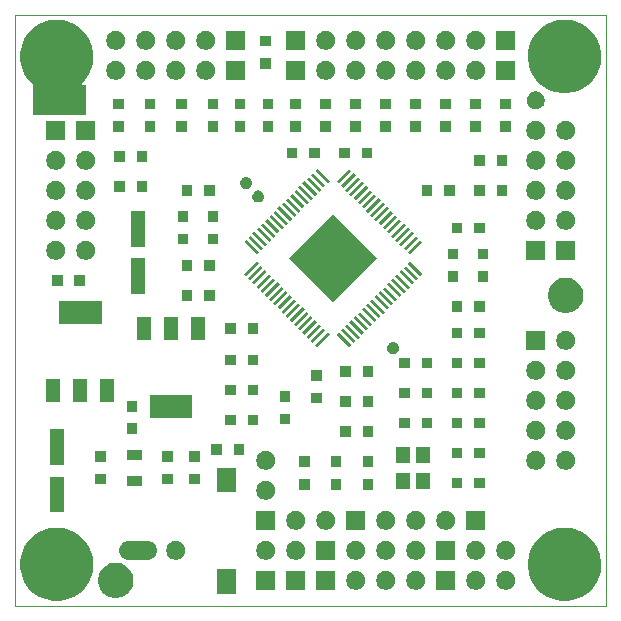
<source format=gts>
%TF.GenerationSoftware,KiCad,Pcbnew,(5.1.0)-1*%
%TF.CreationDate,2019-04-02T22:12:56+01:00*%
%TF.ProjectId,uDSP-1.1,75445350-2d31-42e3-912e-6b696361645f,1.1*%
%TF.SameCoordinates,PX660b0c0PY81b3200*%
%TF.FileFunction,Soldermask,Top*%
%TF.FilePolarity,Negative*%
%FSLAX46Y46*%
G04 Gerber Fmt 4.6, Leading zero omitted, Abs format (unit mm)*
G04 Created by KiCad (PCBNEW (5.1.0)-1) date 2019-04-02 22:12:56*
%MOMM*%
%LPD*%
G04 APERTURE LIST*
%ADD10C,0.100000*%
%ADD11C,0.150000*%
G04 APERTURE END LIST*
D10*
X0Y50000000D02*
X0Y0D01*
X50000000Y50000000D02*
X0Y50000000D01*
X50000000Y0D02*
X50000000Y50000000D01*
X0Y0D02*
X50000000Y0D01*
D11*
G36*
X47104780Y6540435D02*
G01*
X47404237Y6480869D01*
X47968401Y6247185D01*
X48476135Y5907928D01*
X48907928Y5476135D01*
X49247185Y4968401D01*
X49480869Y4404237D01*
X49539082Y4111578D01*
X49600000Y3805325D01*
X49600000Y3194675D01*
X49549342Y2940000D01*
X49480869Y2595763D01*
X49247185Y2031599D01*
X48907928Y1523865D01*
X48476135Y1092072D01*
X47968401Y752815D01*
X47404237Y519131D01*
X47104780Y459566D01*
X46805325Y400000D01*
X46194675Y400000D01*
X45895220Y459566D01*
X45595763Y519131D01*
X45031599Y752815D01*
X44523865Y1092072D01*
X44092072Y1523865D01*
X43752815Y2031599D01*
X43519131Y2595763D01*
X43450658Y2940000D01*
X43400000Y3194675D01*
X43400000Y3805325D01*
X43460918Y4111578D01*
X43519131Y4404237D01*
X43752815Y4968401D01*
X44092072Y5476135D01*
X44523865Y5907928D01*
X45031599Y6247185D01*
X45595763Y6480869D01*
X45895220Y6540435D01*
X46194675Y6600000D01*
X46805325Y6600000D01*
X47104780Y6540435D01*
X47104780Y6540435D01*
G37*
G36*
X4104780Y6540435D02*
G01*
X4404237Y6480869D01*
X4968401Y6247185D01*
X5476135Y5907928D01*
X5907928Y5476135D01*
X6247185Y4968401D01*
X6480869Y4404237D01*
X6539082Y4111578D01*
X6600000Y3805325D01*
X6600000Y3194675D01*
X6549342Y2940000D01*
X6480869Y2595763D01*
X6247185Y2031599D01*
X5907928Y1523865D01*
X5476135Y1092072D01*
X4968401Y752815D01*
X4404237Y519131D01*
X4104780Y459566D01*
X3805325Y400000D01*
X3194675Y400000D01*
X2895220Y459566D01*
X2595763Y519131D01*
X2031599Y752815D01*
X1523865Y1092072D01*
X1092072Y1523865D01*
X752815Y2031599D01*
X519131Y2595763D01*
X450658Y2940000D01*
X400000Y3194675D01*
X400000Y3805325D01*
X460918Y4111578D01*
X519131Y4404237D01*
X752815Y4968401D01*
X1092072Y5476135D01*
X1523865Y5907928D01*
X2031599Y6247185D01*
X2595763Y6480869D01*
X2895220Y6540435D01*
X3194675Y6600000D01*
X3805325Y6600000D01*
X4104780Y6540435D01*
X4104780Y6540435D01*
G37*
G36*
X8927534Y3582357D02*
G01*
X9200515Y3469284D01*
X9200517Y3469283D01*
X9324190Y3386647D01*
X9446193Y3305127D01*
X9655127Y3096193D01*
X9819284Y2850515D01*
X9932357Y2577534D01*
X9990000Y2287738D01*
X9990000Y1992262D01*
X9932357Y1702466D01*
X9856196Y1518599D01*
X9819283Y1429483D01*
X9655126Y1183806D01*
X9446194Y974874D01*
X9200517Y810717D01*
X9200516Y810716D01*
X9200515Y810716D01*
X8927534Y697643D01*
X8637738Y640000D01*
X8342262Y640000D01*
X8052466Y697643D01*
X7779485Y810716D01*
X7779484Y810716D01*
X7779483Y810717D01*
X7533806Y974874D01*
X7324874Y1183806D01*
X7160717Y1429483D01*
X7123804Y1518599D01*
X7047643Y1702466D01*
X6990000Y1992262D01*
X6990000Y2287738D01*
X7047643Y2577534D01*
X7160716Y2850515D01*
X7324873Y3096193D01*
X7533807Y3305127D01*
X7655810Y3386647D01*
X7779483Y3469283D01*
X7779485Y3469284D01*
X8052466Y3582357D01*
X8342262Y3640000D01*
X8637738Y3640000D01*
X8927534Y3582357D01*
X8927534Y3582357D01*
G37*
G36*
X18688000Y981000D02*
G01*
X17088000Y981000D01*
X17088000Y3081000D01*
X18688000Y3081000D01*
X18688000Y981000D01*
X18688000Y981000D01*
G37*
G36*
X37230000Y1340000D02*
G01*
X35630000Y1340000D01*
X35630000Y2940000D01*
X37230000Y2940000D01*
X37230000Y1340000D01*
X37230000Y1340000D01*
G37*
G36*
X39203351Y2909257D02*
G01*
X39348941Y2848952D01*
X39479970Y2761401D01*
X39591401Y2649970D01*
X39678952Y2518941D01*
X39739257Y2373351D01*
X39770000Y2218794D01*
X39770000Y2061206D01*
X39739257Y1906649D01*
X39678952Y1761059D01*
X39591401Y1630030D01*
X39479970Y1518599D01*
X39348941Y1431048D01*
X39203351Y1370743D01*
X39048794Y1340000D01*
X38891206Y1340000D01*
X38736649Y1370743D01*
X38591059Y1431048D01*
X38460030Y1518599D01*
X38348599Y1630030D01*
X38261048Y1761059D01*
X38200743Y1906649D01*
X38170000Y2061206D01*
X38170000Y2218794D01*
X38200743Y2373351D01*
X38261048Y2518941D01*
X38348599Y2649970D01*
X38460030Y2761401D01*
X38591059Y2848952D01*
X38736649Y2909257D01*
X38891206Y2940000D01*
X39048794Y2940000D01*
X39203351Y2909257D01*
X39203351Y2909257D01*
G37*
G36*
X24530000Y1340000D02*
G01*
X22930000Y1340000D01*
X22930000Y2940000D01*
X24530000Y2940000D01*
X24530000Y1340000D01*
X24530000Y1340000D01*
G37*
G36*
X21990000Y1340000D02*
G01*
X20390000Y1340000D01*
X20390000Y2940000D01*
X21990000Y2940000D01*
X21990000Y1340000D01*
X21990000Y1340000D01*
G37*
G36*
X34123351Y2909257D02*
G01*
X34268941Y2848952D01*
X34399970Y2761401D01*
X34511401Y2649970D01*
X34598952Y2518941D01*
X34659257Y2373351D01*
X34690000Y2218794D01*
X34690000Y2061206D01*
X34659257Y1906649D01*
X34598952Y1761059D01*
X34511401Y1630030D01*
X34399970Y1518599D01*
X34268941Y1431048D01*
X34123351Y1370743D01*
X33968794Y1340000D01*
X33811206Y1340000D01*
X33656649Y1370743D01*
X33511059Y1431048D01*
X33380030Y1518599D01*
X33268599Y1630030D01*
X33181048Y1761059D01*
X33120743Y1906649D01*
X33090000Y2061206D01*
X33090000Y2218794D01*
X33120743Y2373351D01*
X33181048Y2518941D01*
X33268599Y2649970D01*
X33380030Y2761401D01*
X33511059Y2848952D01*
X33656649Y2909257D01*
X33811206Y2940000D01*
X33968794Y2940000D01*
X34123351Y2909257D01*
X34123351Y2909257D01*
G37*
G36*
X27070000Y1340000D02*
G01*
X25470000Y1340000D01*
X25470000Y2940000D01*
X27070000Y2940000D01*
X27070000Y1340000D01*
X27070000Y1340000D01*
G37*
G36*
X29043351Y2909257D02*
G01*
X29188941Y2848952D01*
X29319970Y2761401D01*
X29431401Y2649970D01*
X29518952Y2518941D01*
X29579257Y2373351D01*
X29610000Y2218794D01*
X29610000Y2061206D01*
X29579257Y1906649D01*
X29518952Y1761059D01*
X29431401Y1630030D01*
X29319970Y1518599D01*
X29188941Y1431048D01*
X29043351Y1370743D01*
X28888794Y1340000D01*
X28731206Y1340000D01*
X28576649Y1370743D01*
X28431059Y1431048D01*
X28300030Y1518599D01*
X28188599Y1630030D01*
X28101048Y1761059D01*
X28040743Y1906649D01*
X28010000Y2061206D01*
X28010000Y2218794D01*
X28040743Y2373351D01*
X28101048Y2518941D01*
X28188599Y2649970D01*
X28300030Y2761401D01*
X28431059Y2848952D01*
X28576649Y2909257D01*
X28731206Y2940000D01*
X28888794Y2940000D01*
X29043351Y2909257D01*
X29043351Y2909257D01*
G37*
G36*
X41743351Y2909257D02*
G01*
X41888941Y2848952D01*
X42019970Y2761401D01*
X42131401Y2649970D01*
X42218952Y2518941D01*
X42279257Y2373351D01*
X42310000Y2218794D01*
X42310000Y2061206D01*
X42279257Y1906649D01*
X42218952Y1761059D01*
X42131401Y1630030D01*
X42019970Y1518599D01*
X41888941Y1431048D01*
X41743351Y1370743D01*
X41588794Y1340000D01*
X41431206Y1340000D01*
X41276649Y1370743D01*
X41131059Y1431048D01*
X41000030Y1518599D01*
X40888599Y1630030D01*
X40801048Y1761059D01*
X40740743Y1906649D01*
X40710000Y2061206D01*
X40710000Y2218794D01*
X40740743Y2373351D01*
X40801048Y2518941D01*
X40888599Y2649970D01*
X41000030Y2761401D01*
X41131059Y2848952D01*
X41276649Y2909257D01*
X41431206Y2940000D01*
X41588794Y2940000D01*
X41743351Y2909257D01*
X41743351Y2909257D01*
G37*
G36*
X31583351Y2909257D02*
G01*
X31728941Y2848952D01*
X31859970Y2761401D01*
X31971401Y2649970D01*
X32058952Y2518941D01*
X32119257Y2373351D01*
X32150000Y2218794D01*
X32150000Y2061206D01*
X32119257Y1906649D01*
X32058952Y1761059D01*
X31971401Y1630030D01*
X31859970Y1518599D01*
X31728941Y1431048D01*
X31583351Y1370743D01*
X31428794Y1340000D01*
X31271206Y1340000D01*
X31116649Y1370743D01*
X30971059Y1431048D01*
X30840030Y1518599D01*
X30728599Y1630030D01*
X30641048Y1761059D01*
X30580743Y1906649D01*
X30550000Y2061206D01*
X30550000Y2218794D01*
X30580743Y2373351D01*
X30641048Y2518941D01*
X30728599Y2649970D01*
X30840030Y2761401D01*
X30971059Y2848952D01*
X31116649Y2909257D01*
X31271206Y2940000D01*
X31428794Y2940000D01*
X31583351Y2909257D01*
X31583351Y2909257D01*
G37*
G36*
X37230000Y3880000D02*
G01*
X35630000Y3880000D01*
X35630000Y5480000D01*
X37230000Y5480000D01*
X37230000Y3880000D01*
X37230000Y3880000D01*
G37*
G36*
X27070000Y3880000D02*
G01*
X25470000Y3880000D01*
X25470000Y5480000D01*
X27070000Y5480000D01*
X27070000Y3880000D01*
X27070000Y3880000D01*
G37*
G36*
X23963351Y5449257D02*
G01*
X24108941Y5388952D01*
X24239970Y5301401D01*
X24351401Y5189970D01*
X24438952Y5058941D01*
X24499257Y4913351D01*
X24530000Y4758794D01*
X24530000Y4601206D01*
X24499257Y4446649D01*
X24438952Y4301059D01*
X24351401Y4170030D01*
X24239970Y4058599D01*
X24108941Y3971048D01*
X23963351Y3910743D01*
X23808794Y3880000D01*
X23651206Y3880000D01*
X23496649Y3910743D01*
X23351059Y3971048D01*
X23220030Y4058599D01*
X23108599Y4170030D01*
X23021048Y4301059D01*
X22960743Y4446649D01*
X22930000Y4601206D01*
X22930000Y4758794D01*
X22960743Y4913351D01*
X23021048Y5058941D01*
X23108599Y5189970D01*
X23220030Y5301401D01*
X23351059Y5388952D01*
X23496649Y5449257D01*
X23651206Y5480000D01*
X23808794Y5480000D01*
X23963351Y5449257D01*
X23963351Y5449257D01*
G37*
G36*
X11273471Y5476141D02*
G01*
X11351827Y5468424D01*
X11502628Y5422679D01*
X11502630Y5422678D01*
X11641605Y5348394D01*
X11641607Y5348393D01*
X11641606Y5348393D01*
X11763422Y5248422D01*
X11863393Y5126606D01*
X11937679Y4987628D01*
X11983424Y4836827D01*
X11998870Y4680000D01*
X11983424Y4523173D01*
X11937679Y4372372D01*
X11937678Y4372370D01*
X11863394Y4233395D01*
X11763422Y4111578D01*
X11641605Y4011606D01*
X11502630Y3937322D01*
X11502628Y3937321D01*
X11351827Y3891576D01*
X11273471Y3883859D01*
X11234294Y3880000D01*
X9555706Y3880000D01*
X9516529Y3883859D01*
X9438173Y3891576D01*
X9287372Y3937321D01*
X9287370Y3937322D01*
X9148395Y4011606D01*
X9026578Y4111578D01*
X8926606Y4233395D01*
X8852322Y4372370D01*
X8852321Y4372372D01*
X8806576Y4523173D01*
X8791130Y4680000D01*
X8806576Y4836827D01*
X8852321Y4987628D01*
X8926607Y5126606D01*
X9026578Y5248422D01*
X9148394Y5348393D01*
X9148393Y5348393D01*
X9148395Y5348394D01*
X9287370Y5422678D01*
X9287372Y5422679D01*
X9438173Y5468424D01*
X9516529Y5476141D01*
X9555706Y5480000D01*
X11234294Y5480000D01*
X11273471Y5476141D01*
X11273471Y5476141D01*
G37*
G36*
X13803351Y5449257D02*
G01*
X13948941Y5388952D01*
X14079970Y5301401D01*
X14191401Y5189970D01*
X14278952Y5058941D01*
X14339257Y4913351D01*
X14370000Y4758794D01*
X14370000Y4601206D01*
X14339257Y4446649D01*
X14278952Y4301059D01*
X14191401Y4170030D01*
X14079970Y4058599D01*
X13948941Y3971048D01*
X13803351Y3910743D01*
X13648794Y3880000D01*
X13491206Y3880000D01*
X13336649Y3910743D01*
X13191059Y3971048D01*
X13060030Y4058599D01*
X12948599Y4170030D01*
X12861048Y4301059D01*
X12800743Y4446649D01*
X12770000Y4601206D01*
X12770000Y4758794D01*
X12800743Y4913351D01*
X12861048Y5058941D01*
X12948599Y5189970D01*
X13060030Y5301401D01*
X13191059Y5388952D01*
X13336649Y5449257D01*
X13491206Y5480000D01*
X13648794Y5480000D01*
X13803351Y5449257D01*
X13803351Y5449257D01*
G37*
G36*
X29043351Y5449257D02*
G01*
X29188941Y5388952D01*
X29319970Y5301401D01*
X29431401Y5189970D01*
X29518952Y5058941D01*
X29579257Y4913351D01*
X29610000Y4758794D01*
X29610000Y4601206D01*
X29579257Y4446649D01*
X29518952Y4301059D01*
X29431401Y4170030D01*
X29319970Y4058599D01*
X29188941Y3971048D01*
X29043351Y3910743D01*
X28888794Y3880000D01*
X28731206Y3880000D01*
X28576649Y3910743D01*
X28431059Y3971048D01*
X28300030Y4058599D01*
X28188599Y4170030D01*
X28101048Y4301059D01*
X28040743Y4446649D01*
X28010000Y4601206D01*
X28010000Y4758794D01*
X28040743Y4913351D01*
X28101048Y5058941D01*
X28188599Y5189970D01*
X28300030Y5301401D01*
X28431059Y5388952D01*
X28576649Y5449257D01*
X28731206Y5480000D01*
X28888794Y5480000D01*
X29043351Y5449257D01*
X29043351Y5449257D01*
G37*
G36*
X41743351Y5449257D02*
G01*
X41888941Y5388952D01*
X42019970Y5301401D01*
X42131401Y5189970D01*
X42218952Y5058941D01*
X42279257Y4913351D01*
X42310000Y4758794D01*
X42310000Y4601206D01*
X42279257Y4446649D01*
X42218952Y4301059D01*
X42131401Y4170030D01*
X42019970Y4058599D01*
X41888941Y3971048D01*
X41743351Y3910743D01*
X41588794Y3880000D01*
X41431206Y3880000D01*
X41276649Y3910743D01*
X41131059Y3971048D01*
X41000030Y4058599D01*
X40888599Y4170030D01*
X40801048Y4301059D01*
X40740743Y4446649D01*
X40710000Y4601206D01*
X40710000Y4758794D01*
X40740743Y4913351D01*
X40801048Y5058941D01*
X40888599Y5189970D01*
X41000030Y5301401D01*
X41131059Y5388952D01*
X41276649Y5449257D01*
X41431206Y5480000D01*
X41588794Y5480000D01*
X41743351Y5449257D01*
X41743351Y5449257D01*
G37*
G36*
X21423351Y5449257D02*
G01*
X21568941Y5388952D01*
X21699970Y5301401D01*
X21811401Y5189970D01*
X21898952Y5058941D01*
X21959257Y4913351D01*
X21990000Y4758794D01*
X21990000Y4601206D01*
X21959257Y4446649D01*
X21898952Y4301059D01*
X21811401Y4170030D01*
X21699970Y4058599D01*
X21568941Y3971048D01*
X21423351Y3910743D01*
X21268794Y3880000D01*
X21111206Y3880000D01*
X20956649Y3910743D01*
X20811059Y3971048D01*
X20680030Y4058599D01*
X20568599Y4170030D01*
X20481048Y4301059D01*
X20420743Y4446649D01*
X20390000Y4601206D01*
X20390000Y4758794D01*
X20420743Y4913351D01*
X20481048Y5058941D01*
X20568599Y5189970D01*
X20680030Y5301401D01*
X20811059Y5388952D01*
X20956649Y5449257D01*
X21111206Y5480000D01*
X21268794Y5480000D01*
X21423351Y5449257D01*
X21423351Y5449257D01*
G37*
G36*
X34123351Y5449257D02*
G01*
X34268941Y5388952D01*
X34399970Y5301401D01*
X34511401Y5189970D01*
X34598952Y5058941D01*
X34659257Y4913351D01*
X34690000Y4758794D01*
X34690000Y4601206D01*
X34659257Y4446649D01*
X34598952Y4301059D01*
X34511401Y4170030D01*
X34399970Y4058599D01*
X34268941Y3971048D01*
X34123351Y3910743D01*
X33968794Y3880000D01*
X33811206Y3880000D01*
X33656649Y3910743D01*
X33511059Y3971048D01*
X33380030Y4058599D01*
X33268599Y4170030D01*
X33181048Y4301059D01*
X33120743Y4446649D01*
X33090000Y4601206D01*
X33090000Y4758794D01*
X33120743Y4913351D01*
X33181048Y5058941D01*
X33268599Y5189970D01*
X33380030Y5301401D01*
X33511059Y5388952D01*
X33656649Y5449257D01*
X33811206Y5480000D01*
X33968794Y5480000D01*
X34123351Y5449257D01*
X34123351Y5449257D01*
G37*
G36*
X39203351Y5449257D02*
G01*
X39348941Y5388952D01*
X39479970Y5301401D01*
X39591401Y5189970D01*
X39678952Y5058941D01*
X39739257Y4913351D01*
X39770000Y4758794D01*
X39770000Y4601206D01*
X39739257Y4446649D01*
X39678952Y4301059D01*
X39591401Y4170030D01*
X39479970Y4058599D01*
X39348941Y3971048D01*
X39203351Y3910743D01*
X39048794Y3880000D01*
X38891206Y3880000D01*
X38736649Y3910743D01*
X38591059Y3971048D01*
X38460030Y4058599D01*
X38348599Y4170030D01*
X38261048Y4301059D01*
X38200743Y4446649D01*
X38170000Y4601206D01*
X38170000Y4758794D01*
X38200743Y4913351D01*
X38261048Y5058941D01*
X38348599Y5189970D01*
X38460030Y5301401D01*
X38591059Y5388952D01*
X38736649Y5449257D01*
X38891206Y5480000D01*
X39048794Y5480000D01*
X39203351Y5449257D01*
X39203351Y5449257D01*
G37*
G36*
X31583351Y5449257D02*
G01*
X31728941Y5388952D01*
X31859970Y5301401D01*
X31971401Y5189970D01*
X32058952Y5058941D01*
X32119257Y4913351D01*
X32150000Y4758794D01*
X32150000Y4601206D01*
X32119257Y4446649D01*
X32058952Y4301059D01*
X31971401Y4170030D01*
X31859970Y4058599D01*
X31728941Y3971048D01*
X31583351Y3910743D01*
X31428794Y3880000D01*
X31271206Y3880000D01*
X31116649Y3910743D01*
X30971059Y3971048D01*
X30840030Y4058599D01*
X30728599Y4170030D01*
X30641048Y4301059D01*
X30580743Y4446649D01*
X30550000Y4601206D01*
X30550000Y4758794D01*
X30580743Y4913351D01*
X30641048Y5058941D01*
X30728599Y5189970D01*
X30840030Y5301401D01*
X30971059Y5388952D01*
X31116649Y5449257D01*
X31271206Y5480000D01*
X31428794Y5480000D01*
X31583351Y5449257D01*
X31583351Y5449257D01*
G37*
G36*
X36663351Y7989257D02*
G01*
X36808941Y7928952D01*
X36939970Y7841401D01*
X37051401Y7729970D01*
X37138952Y7598941D01*
X37199257Y7453351D01*
X37230000Y7298794D01*
X37230000Y7141206D01*
X37199257Y6986649D01*
X37138952Y6841059D01*
X37051401Y6710030D01*
X36939970Y6598599D01*
X36808941Y6511048D01*
X36663351Y6450743D01*
X36508794Y6420000D01*
X36351206Y6420000D01*
X36196649Y6450743D01*
X36051059Y6511048D01*
X35920030Y6598599D01*
X35808599Y6710030D01*
X35721048Y6841059D01*
X35660743Y6986649D01*
X35630000Y7141206D01*
X35630000Y7298794D01*
X35660743Y7453351D01*
X35721048Y7598941D01*
X35808599Y7729970D01*
X35920030Y7841401D01*
X36051059Y7928952D01*
X36196649Y7989257D01*
X36351206Y8020000D01*
X36508794Y8020000D01*
X36663351Y7989257D01*
X36663351Y7989257D01*
G37*
G36*
X39770000Y6420000D02*
G01*
X38170000Y6420000D01*
X38170000Y8020000D01*
X39770000Y8020000D01*
X39770000Y6420000D01*
X39770000Y6420000D01*
G37*
G36*
X34123351Y7989257D02*
G01*
X34268941Y7928952D01*
X34399970Y7841401D01*
X34511401Y7729970D01*
X34598952Y7598941D01*
X34659257Y7453351D01*
X34690000Y7298794D01*
X34690000Y7141206D01*
X34659257Y6986649D01*
X34598952Y6841059D01*
X34511401Y6710030D01*
X34399970Y6598599D01*
X34268941Y6511048D01*
X34123351Y6450743D01*
X33968794Y6420000D01*
X33811206Y6420000D01*
X33656649Y6450743D01*
X33511059Y6511048D01*
X33380030Y6598599D01*
X33268599Y6710030D01*
X33181048Y6841059D01*
X33120743Y6986649D01*
X33090000Y7141206D01*
X33090000Y7298794D01*
X33120743Y7453351D01*
X33181048Y7598941D01*
X33268599Y7729970D01*
X33380030Y7841401D01*
X33511059Y7928952D01*
X33656649Y7989257D01*
X33811206Y8020000D01*
X33968794Y8020000D01*
X34123351Y7989257D01*
X34123351Y7989257D01*
G37*
G36*
X21990000Y6420000D02*
G01*
X20390000Y6420000D01*
X20390000Y8020000D01*
X21990000Y8020000D01*
X21990000Y6420000D01*
X21990000Y6420000D01*
G37*
G36*
X26503351Y7989257D02*
G01*
X26648941Y7928952D01*
X26779970Y7841401D01*
X26891401Y7729970D01*
X26978952Y7598941D01*
X27039257Y7453351D01*
X27070000Y7298794D01*
X27070000Y7141206D01*
X27039257Y6986649D01*
X26978952Y6841059D01*
X26891401Y6710030D01*
X26779970Y6598599D01*
X26648941Y6511048D01*
X26503351Y6450743D01*
X26348794Y6420000D01*
X26191206Y6420000D01*
X26036649Y6450743D01*
X25891059Y6511048D01*
X25760030Y6598599D01*
X25648599Y6710030D01*
X25561048Y6841059D01*
X25500743Y6986649D01*
X25470000Y7141206D01*
X25470000Y7298794D01*
X25500743Y7453351D01*
X25561048Y7598941D01*
X25648599Y7729970D01*
X25760030Y7841401D01*
X25891059Y7928952D01*
X26036649Y7989257D01*
X26191206Y8020000D01*
X26348794Y8020000D01*
X26503351Y7989257D01*
X26503351Y7989257D01*
G37*
G36*
X29610000Y6420000D02*
G01*
X28010000Y6420000D01*
X28010000Y8020000D01*
X29610000Y8020000D01*
X29610000Y6420000D01*
X29610000Y6420000D01*
G37*
G36*
X23963351Y7989257D02*
G01*
X24108941Y7928952D01*
X24239970Y7841401D01*
X24351401Y7729970D01*
X24438952Y7598941D01*
X24499257Y7453351D01*
X24530000Y7298794D01*
X24530000Y7141206D01*
X24499257Y6986649D01*
X24438952Y6841059D01*
X24351401Y6710030D01*
X24239970Y6598599D01*
X24108941Y6511048D01*
X23963351Y6450743D01*
X23808794Y6420000D01*
X23651206Y6420000D01*
X23496649Y6450743D01*
X23351059Y6511048D01*
X23220030Y6598599D01*
X23108599Y6710030D01*
X23021048Y6841059D01*
X22960743Y6986649D01*
X22930000Y7141206D01*
X22930000Y7298794D01*
X22960743Y7453351D01*
X23021048Y7598941D01*
X23108599Y7729970D01*
X23220030Y7841401D01*
X23351059Y7928952D01*
X23496649Y7989257D01*
X23651206Y8020000D01*
X23808794Y8020000D01*
X23963351Y7989257D01*
X23963351Y7989257D01*
G37*
G36*
X31583351Y7989257D02*
G01*
X31728941Y7928952D01*
X31859970Y7841401D01*
X31971401Y7729970D01*
X32058952Y7598941D01*
X32119257Y7453351D01*
X32150000Y7298794D01*
X32150000Y7141206D01*
X32119257Y6986649D01*
X32058952Y6841059D01*
X31971401Y6710030D01*
X31859970Y6598599D01*
X31728941Y6511048D01*
X31583351Y6450743D01*
X31428794Y6420000D01*
X31271206Y6420000D01*
X31116649Y6450743D01*
X30971059Y6511048D01*
X30840030Y6598599D01*
X30728599Y6710030D01*
X30641048Y6841059D01*
X30580743Y6986649D01*
X30550000Y7141206D01*
X30550000Y7298794D01*
X30580743Y7453351D01*
X30641048Y7598941D01*
X30728599Y7729970D01*
X30840030Y7841401D01*
X30971059Y7928952D01*
X31116649Y7989257D01*
X31271206Y8020000D01*
X31428794Y8020000D01*
X31583351Y7989257D01*
X31583351Y7989257D01*
G37*
G36*
X4090000Y7913000D02*
G01*
X2890000Y7913000D01*
X2890000Y10913000D01*
X4090000Y10913000D01*
X4090000Y7913000D01*
X4090000Y7913000D01*
G37*
G36*
X21423351Y10529257D02*
G01*
X21568941Y10468952D01*
X21699970Y10381401D01*
X21811401Y10269970D01*
X21898952Y10138941D01*
X21959257Y9993351D01*
X21990000Y9838794D01*
X21990000Y9681206D01*
X21959257Y9526649D01*
X21898952Y9381059D01*
X21811401Y9250030D01*
X21699970Y9138599D01*
X21568941Y9051048D01*
X21423351Y8990743D01*
X21268794Y8960000D01*
X21111206Y8960000D01*
X20956649Y8990743D01*
X20811059Y9051048D01*
X20680030Y9138599D01*
X20568599Y9250030D01*
X20481048Y9381059D01*
X20420743Y9526649D01*
X20390000Y9681206D01*
X20390000Y9838794D01*
X20420743Y9993351D01*
X20481048Y10138941D01*
X20568599Y10269970D01*
X20680030Y10381401D01*
X20811059Y10468952D01*
X20956649Y10529257D01*
X21111206Y10560000D01*
X21268794Y10560000D01*
X21423351Y10529257D01*
X21423351Y10529257D01*
G37*
G36*
X18688000Y9581000D02*
G01*
X17088000Y9581000D01*
X17088000Y11681000D01*
X18688000Y11681000D01*
X18688000Y9581000D01*
X18688000Y9581000D01*
G37*
G36*
X30290000Y9825000D02*
G01*
X29390000Y9825000D01*
X29390000Y10725000D01*
X30290000Y10725000D01*
X30290000Y9825000D01*
X30290000Y9825000D01*
G37*
G36*
X27609000Y9825000D02*
G01*
X26709000Y9825000D01*
X26709000Y10725000D01*
X27609000Y10725000D01*
X27609000Y9825000D01*
X27609000Y9825000D01*
G37*
G36*
X24942000Y9825000D02*
G01*
X24042000Y9825000D01*
X24042000Y10725000D01*
X24942000Y10725000D01*
X24942000Y9825000D01*
X24942000Y9825000D01*
G37*
G36*
X33425000Y9865000D02*
G01*
X32225000Y9865000D01*
X32225000Y11265000D01*
X33425000Y11265000D01*
X33425000Y9865000D01*
X33425000Y9865000D01*
G37*
G36*
X35125000Y9865000D02*
G01*
X33925000Y9865000D01*
X33925000Y11265000D01*
X35125000Y11265000D01*
X35125000Y9865000D01*
X35125000Y9865000D01*
G37*
G36*
X39735000Y9945000D02*
G01*
X38835000Y9945000D01*
X38835000Y10845000D01*
X39735000Y10845000D01*
X39735000Y9945000D01*
X39735000Y9945000D01*
G37*
G36*
X37835000Y9945000D02*
G01*
X36935000Y9945000D01*
X36935000Y10845000D01*
X37835000Y10845000D01*
X37835000Y9945000D01*
X37835000Y9945000D01*
G37*
G36*
X10730000Y10115000D02*
G01*
X9430000Y10115000D01*
X9430000Y11015000D01*
X10730000Y11015000D01*
X10730000Y10115000D01*
X10730000Y10115000D01*
G37*
G36*
X15624000Y10264500D02*
G01*
X14724000Y10264500D01*
X14724000Y11164500D01*
X15624000Y11164500D01*
X15624000Y10264500D01*
X15624000Y10264500D01*
G37*
G36*
X7670000Y10265000D02*
G01*
X6770000Y10265000D01*
X6770000Y11165000D01*
X7670000Y11165000D01*
X7670000Y10265000D01*
X7670000Y10265000D01*
G37*
G36*
X13338000Y10267000D02*
G01*
X12438000Y10267000D01*
X12438000Y11167000D01*
X13338000Y11167000D01*
X13338000Y10267000D01*
X13338000Y10267000D01*
G37*
G36*
X46823351Y13069257D02*
G01*
X46968941Y13008952D01*
X47099970Y12921401D01*
X47211401Y12809970D01*
X47298952Y12678941D01*
X47359257Y12533351D01*
X47390000Y12378794D01*
X47390000Y12221206D01*
X47359257Y12066649D01*
X47298952Y11921059D01*
X47211401Y11790030D01*
X47099970Y11678599D01*
X46968941Y11591048D01*
X46823351Y11530743D01*
X46668794Y11500000D01*
X46511206Y11500000D01*
X46356649Y11530743D01*
X46211059Y11591048D01*
X46080030Y11678599D01*
X45968599Y11790030D01*
X45881048Y11921059D01*
X45820743Y12066649D01*
X45790000Y12221206D01*
X45790000Y12378794D01*
X45820743Y12533351D01*
X45881048Y12678941D01*
X45968599Y12809970D01*
X46080030Y12921401D01*
X46211059Y13008952D01*
X46356649Y13069257D01*
X46511206Y13100000D01*
X46668794Y13100000D01*
X46823351Y13069257D01*
X46823351Y13069257D01*
G37*
G36*
X44283351Y13069257D02*
G01*
X44428941Y13008952D01*
X44559970Y12921401D01*
X44671401Y12809970D01*
X44758952Y12678941D01*
X44819257Y12533351D01*
X44850000Y12378794D01*
X44850000Y12221206D01*
X44819257Y12066649D01*
X44758952Y11921059D01*
X44671401Y11790030D01*
X44559970Y11678599D01*
X44428941Y11591048D01*
X44283351Y11530743D01*
X44128794Y11500000D01*
X43971206Y11500000D01*
X43816649Y11530743D01*
X43671059Y11591048D01*
X43540030Y11678599D01*
X43428599Y11790030D01*
X43341048Y11921059D01*
X43280743Y12066649D01*
X43250000Y12221206D01*
X43250000Y12378794D01*
X43280743Y12533351D01*
X43341048Y12678941D01*
X43428599Y12809970D01*
X43540030Y12921401D01*
X43671059Y13008952D01*
X43816649Y13069257D01*
X43971206Y13100000D01*
X44128794Y13100000D01*
X44283351Y13069257D01*
X44283351Y13069257D01*
G37*
G36*
X21423351Y13069257D02*
G01*
X21568941Y13008952D01*
X21699970Y12921401D01*
X21811401Y12809970D01*
X21898952Y12678941D01*
X21959257Y12533351D01*
X21990000Y12378794D01*
X21990000Y12221206D01*
X21959257Y12066649D01*
X21898952Y11921059D01*
X21811401Y11790030D01*
X21699970Y11678599D01*
X21568941Y11591048D01*
X21423351Y11530743D01*
X21268794Y11500000D01*
X21111206Y11500000D01*
X20956649Y11530743D01*
X20811059Y11591048D01*
X20680030Y11678599D01*
X20568599Y11790030D01*
X20481048Y11921059D01*
X20420743Y12066649D01*
X20390000Y12221206D01*
X20390000Y12378794D01*
X20420743Y12533351D01*
X20481048Y12678941D01*
X20568599Y12809970D01*
X20680030Y12921401D01*
X20811059Y13008952D01*
X20956649Y13069257D01*
X21111206Y13100000D01*
X21268794Y13100000D01*
X21423351Y13069257D01*
X21423351Y13069257D01*
G37*
G36*
X30290000Y11725000D02*
G01*
X29390000Y11725000D01*
X29390000Y12625000D01*
X30290000Y12625000D01*
X30290000Y11725000D01*
X30290000Y11725000D01*
G37*
G36*
X27609000Y11725000D02*
G01*
X26709000Y11725000D01*
X26709000Y12625000D01*
X27609000Y12625000D01*
X27609000Y11725000D01*
X27609000Y11725000D01*
G37*
G36*
X24942000Y11725000D02*
G01*
X24042000Y11725000D01*
X24042000Y12625000D01*
X24942000Y12625000D01*
X24942000Y11725000D01*
X24942000Y11725000D01*
G37*
G36*
X4090000Y11913000D02*
G01*
X2890000Y11913000D01*
X2890000Y14913000D01*
X4090000Y14913000D01*
X4090000Y11913000D01*
X4090000Y11913000D01*
G37*
G36*
X35125000Y12065000D02*
G01*
X33925000Y12065000D01*
X33925000Y13465000D01*
X35125000Y13465000D01*
X35125000Y12065000D01*
X35125000Y12065000D01*
G37*
G36*
X33425000Y12065000D02*
G01*
X32225000Y12065000D01*
X32225000Y13465000D01*
X33425000Y13465000D01*
X33425000Y12065000D01*
X33425000Y12065000D01*
G37*
G36*
X15624000Y12164500D02*
G01*
X14724000Y12164500D01*
X14724000Y13064500D01*
X15624000Y13064500D01*
X15624000Y12164500D01*
X15624000Y12164500D01*
G37*
G36*
X7670000Y12165000D02*
G01*
X6770000Y12165000D01*
X6770000Y13065000D01*
X7670000Y13065000D01*
X7670000Y12165000D01*
X7670000Y12165000D01*
G37*
G36*
X13338000Y12167000D02*
G01*
X12438000Y12167000D01*
X12438000Y13067000D01*
X13338000Y13067000D01*
X13338000Y12167000D01*
X13338000Y12167000D01*
G37*
G36*
X10730000Y12315000D02*
G01*
X9430000Y12315000D01*
X9430000Y13215000D01*
X10730000Y13215000D01*
X10730000Y12315000D01*
X10730000Y12315000D01*
G37*
G36*
X39735000Y12485000D02*
G01*
X38835000Y12485000D01*
X38835000Y13385000D01*
X39735000Y13385000D01*
X39735000Y12485000D01*
X39735000Y12485000D01*
G37*
G36*
X37835000Y12485000D02*
G01*
X36935000Y12485000D01*
X36935000Y13385000D01*
X37835000Y13385000D01*
X37835000Y12485000D01*
X37835000Y12485000D01*
G37*
G36*
X17468000Y12741000D02*
G01*
X16568000Y12741000D01*
X16568000Y13641000D01*
X17468000Y13641000D01*
X17468000Y12741000D01*
X17468000Y12741000D01*
G37*
G36*
X19368000Y12741000D02*
G01*
X18468000Y12741000D01*
X18468000Y13641000D01*
X19368000Y13641000D01*
X19368000Y12741000D01*
X19368000Y12741000D01*
G37*
G36*
X44283351Y15609257D02*
G01*
X44428941Y15548952D01*
X44559970Y15461401D01*
X44671401Y15349970D01*
X44758952Y15218941D01*
X44819257Y15073351D01*
X44850000Y14918794D01*
X44850000Y14761206D01*
X44819257Y14606649D01*
X44758952Y14461059D01*
X44671401Y14330030D01*
X44559970Y14218599D01*
X44428941Y14131048D01*
X44283351Y14070743D01*
X44128794Y14040000D01*
X43971206Y14040000D01*
X43816649Y14070743D01*
X43671059Y14131048D01*
X43540030Y14218599D01*
X43428599Y14330030D01*
X43341048Y14461059D01*
X43280743Y14606649D01*
X43250000Y14761206D01*
X43250000Y14918794D01*
X43280743Y15073351D01*
X43341048Y15218941D01*
X43428599Y15349970D01*
X43540030Y15461401D01*
X43671059Y15548952D01*
X43816649Y15609257D01*
X43971206Y15640000D01*
X44128794Y15640000D01*
X44283351Y15609257D01*
X44283351Y15609257D01*
G37*
G36*
X46823351Y15609257D02*
G01*
X46968941Y15548952D01*
X47099970Y15461401D01*
X47211401Y15349970D01*
X47298952Y15218941D01*
X47359257Y15073351D01*
X47390000Y14918794D01*
X47390000Y14761206D01*
X47359257Y14606649D01*
X47298952Y14461059D01*
X47211401Y14330030D01*
X47099970Y14218599D01*
X46968941Y14131048D01*
X46823351Y14070743D01*
X46668794Y14040000D01*
X46511206Y14040000D01*
X46356649Y14070743D01*
X46211059Y14131048D01*
X46080030Y14218599D01*
X45968599Y14330030D01*
X45881048Y14461059D01*
X45820743Y14606649D01*
X45790000Y14761206D01*
X45790000Y14918794D01*
X45820743Y15073351D01*
X45881048Y15218941D01*
X45968599Y15349970D01*
X46080030Y15461401D01*
X46211059Y15548952D01*
X46356649Y15609257D01*
X46511206Y15640000D01*
X46668794Y15640000D01*
X46823351Y15609257D01*
X46823351Y15609257D01*
G37*
G36*
X28390000Y14265000D02*
G01*
X27490000Y14265000D01*
X27490000Y15165000D01*
X28390000Y15165000D01*
X28390000Y14265000D01*
X28390000Y14265000D01*
G37*
G36*
X30290000Y14265000D02*
G01*
X29390000Y14265000D01*
X29390000Y15165000D01*
X30290000Y15165000D01*
X30290000Y14265000D01*
X30290000Y14265000D01*
G37*
G36*
X10337000Y14519500D02*
G01*
X9437000Y14519500D01*
X9437000Y15419500D01*
X10337000Y15419500D01*
X10337000Y14519500D01*
X10337000Y14519500D01*
G37*
G36*
X39735000Y15025000D02*
G01*
X38835000Y15025000D01*
X38835000Y15925000D01*
X39735000Y15925000D01*
X39735000Y15025000D01*
X39735000Y15025000D01*
G37*
G36*
X37835000Y15025000D02*
G01*
X36935000Y15025000D01*
X36935000Y15925000D01*
X37835000Y15925000D01*
X37835000Y15025000D01*
X37835000Y15025000D01*
G37*
G36*
X33390000Y15025000D02*
G01*
X32490000Y15025000D01*
X32490000Y15925000D01*
X33390000Y15925000D01*
X33390000Y15025000D01*
X33390000Y15025000D01*
G37*
G36*
X35290000Y15025000D02*
G01*
X34390000Y15025000D01*
X34390000Y15925000D01*
X35290000Y15925000D01*
X35290000Y15025000D01*
X35290000Y15025000D01*
G37*
G36*
X18658000Y15279000D02*
G01*
X17758000Y15279000D01*
X17758000Y16179000D01*
X18658000Y16179000D01*
X18658000Y15279000D01*
X18658000Y15279000D01*
G37*
G36*
X20558000Y15279000D02*
G01*
X19658000Y15279000D01*
X19658000Y16179000D01*
X20558000Y16179000D01*
X20558000Y15279000D01*
X20558000Y15279000D01*
G37*
G36*
X23291000Y15345000D02*
G01*
X22391000Y15345000D01*
X22391000Y16245000D01*
X23291000Y16245000D01*
X23291000Y15345000D01*
X23291000Y15345000D01*
G37*
G36*
X14989000Y15872000D02*
G01*
X11389000Y15872000D01*
X11389000Y17872000D01*
X14989000Y17872000D01*
X14989000Y15872000D01*
X14989000Y15872000D01*
G37*
G36*
X10337000Y16419500D02*
G01*
X9437000Y16419500D01*
X9437000Y17319500D01*
X10337000Y17319500D01*
X10337000Y16419500D01*
X10337000Y16419500D01*
G37*
G36*
X46823351Y18149257D02*
G01*
X46968941Y18088952D01*
X47099970Y18001401D01*
X47211401Y17889970D01*
X47298952Y17758941D01*
X47359257Y17613351D01*
X47390000Y17458794D01*
X47390000Y17301206D01*
X47359257Y17146649D01*
X47298952Y17001059D01*
X47211401Y16870030D01*
X47099970Y16758599D01*
X46968941Y16671048D01*
X46823351Y16610743D01*
X46668794Y16580000D01*
X46511206Y16580000D01*
X46356649Y16610743D01*
X46211059Y16671048D01*
X46080030Y16758599D01*
X45968599Y16870030D01*
X45881048Y17001059D01*
X45820743Y17146649D01*
X45790000Y17301206D01*
X45790000Y17458794D01*
X45820743Y17613351D01*
X45881048Y17758941D01*
X45968599Y17889970D01*
X46080030Y18001401D01*
X46211059Y18088952D01*
X46356649Y18149257D01*
X46511206Y18180000D01*
X46668794Y18180000D01*
X46823351Y18149257D01*
X46823351Y18149257D01*
G37*
G36*
X44283351Y18149257D02*
G01*
X44428941Y18088952D01*
X44559970Y18001401D01*
X44671401Y17889970D01*
X44758952Y17758941D01*
X44819257Y17613351D01*
X44850000Y17458794D01*
X44850000Y17301206D01*
X44819257Y17146649D01*
X44758952Y17001059D01*
X44671401Y16870030D01*
X44559970Y16758599D01*
X44428941Y16671048D01*
X44283351Y16610743D01*
X44128794Y16580000D01*
X43971206Y16580000D01*
X43816649Y16610743D01*
X43671059Y16671048D01*
X43540030Y16758599D01*
X43428599Y16870030D01*
X43341048Y17001059D01*
X43280743Y17146649D01*
X43250000Y17301206D01*
X43250000Y17458794D01*
X43280743Y17613351D01*
X43341048Y17758941D01*
X43428599Y17889970D01*
X43540030Y18001401D01*
X43671059Y18088952D01*
X43816649Y18149257D01*
X43971206Y18180000D01*
X44128794Y18180000D01*
X44283351Y18149257D01*
X44283351Y18149257D01*
G37*
G36*
X28390000Y16805000D02*
G01*
X27490000Y16805000D01*
X27490000Y17705000D01*
X28390000Y17705000D01*
X28390000Y16805000D01*
X28390000Y16805000D01*
G37*
G36*
X30290000Y16805000D02*
G01*
X29390000Y16805000D01*
X29390000Y17705000D01*
X30290000Y17705000D01*
X30290000Y16805000D01*
X30290000Y16805000D01*
G37*
G36*
X25958000Y17123000D02*
G01*
X25058000Y17123000D01*
X25058000Y18023000D01*
X25958000Y18023000D01*
X25958000Y17123000D01*
X25958000Y17123000D01*
G37*
G36*
X8386000Y17198000D02*
G01*
X7186000Y17198000D01*
X7186000Y19198000D01*
X8386000Y19198000D01*
X8386000Y17198000D01*
X8386000Y17198000D01*
G37*
G36*
X6100000Y17198000D02*
G01*
X4900000Y17198000D01*
X4900000Y19198000D01*
X6100000Y19198000D01*
X6100000Y17198000D01*
X6100000Y17198000D01*
G37*
G36*
X3814000Y17198000D02*
G01*
X2614000Y17198000D01*
X2614000Y19198000D01*
X3814000Y19198000D01*
X3814000Y17198000D01*
X3814000Y17198000D01*
G37*
G36*
X23291000Y17245000D02*
G01*
X22391000Y17245000D01*
X22391000Y18145000D01*
X23291000Y18145000D01*
X23291000Y17245000D01*
X23291000Y17245000D01*
G37*
G36*
X39735000Y17565000D02*
G01*
X38835000Y17565000D01*
X38835000Y18465000D01*
X39735000Y18465000D01*
X39735000Y17565000D01*
X39735000Y17565000D01*
G37*
G36*
X37835000Y17565000D02*
G01*
X36935000Y17565000D01*
X36935000Y18465000D01*
X37835000Y18465000D01*
X37835000Y17565000D01*
X37835000Y17565000D01*
G37*
G36*
X35289999Y17565000D02*
G01*
X34389999Y17565000D01*
X34389999Y18465000D01*
X35289999Y18465000D01*
X35289999Y17565000D01*
X35289999Y17565000D01*
G37*
G36*
X33390001Y17565000D02*
G01*
X32490001Y17565000D01*
X32490001Y18465000D01*
X33390001Y18465000D01*
X33390001Y17565000D01*
X33390001Y17565000D01*
G37*
G36*
X20558000Y17819000D02*
G01*
X19658000Y17819000D01*
X19658000Y18719000D01*
X20558000Y18719000D01*
X20558000Y17819000D01*
X20558000Y17819000D01*
G37*
G36*
X18658000Y17819000D02*
G01*
X17758000Y17819000D01*
X17758000Y18719000D01*
X18658000Y18719000D01*
X18658000Y17819000D01*
X18658000Y17819000D01*
G37*
G36*
X25958000Y19023000D02*
G01*
X25058000Y19023000D01*
X25058000Y19923000D01*
X25958000Y19923000D01*
X25958000Y19023000D01*
X25958000Y19023000D01*
G37*
G36*
X44283351Y20689257D02*
G01*
X44428941Y20628952D01*
X44559970Y20541401D01*
X44671401Y20429970D01*
X44758952Y20298941D01*
X44819257Y20153351D01*
X44850000Y19998794D01*
X44850000Y19841206D01*
X44819257Y19686649D01*
X44758952Y19541059D01*
X44671401Y19410030D01*
X44559970Y19298599D01*
X44428941Y19211048D01*
X44283351Y19150743D01*
X44128794Y19120000D01*
X43971206Y19120000D01*
X43816649Y19150743D01*
X43671059Y19211048D01*
X43540030Y19298599D01*
X43428599Y19410030D01*
X43341048Y19541059D01*
X43280743Y19686649D01*
X43250000Y19841206D01*
X43250000Y19998794D01*
X43280743Y20153351D01*
X43341048Y20298941D01*
X43428599Y20429970D01*
X43540030Y20541401D01*
X43671059Y20628952D01*
X43816649Y20689257D01*
X43971206Y20720000D01*
X44128794Y20720000D01*
X44283351Y20689257D01*
X44283351Y20689257D01*
G37*
G36*
X46823351Y20689257D02*
G01*
X46968941Y20628952D01*
X47099970Y20541401D01*
X47211401Y20429970D01*
X47298952Y20298941D01*
X47359257Y20153351D01*
X47390000Y19998794D01*
X47390000Y19841206D01*
X47359257Y19686649D01*
X47298952Y19541059D01*
X47211401Y19410030D01*
X47099970Y19298599D01*
X46968941Y19211048D01*
X46823351Y19150743D01*
X46668794Y19120000D01*
X46511206Y19120000D01*
X46356649Y19150743D01*
X46211059Y19211048D01*
X46080030Y19298599D01*
X45968599Y19410030D01*
X45881048Y19541059D01*
X45820743Y19686649D01*
X45790000Y19841206D01*
X45790000Y19998794D01*
X45820743Y20153351D01*
X45881048Y20298941D01*
X45968599Y20429970D01*
X46080030Y20541401D01*
X46211059Y20628952D01*
X46356649Y20689257D01*
X46511206Y20720000D01*
X46668794Y20720000D01*
X46823351Y20689257D01*
X46823351Y20689257D01*
G37*
G36*
X30290000Y19345000D02*
G01*
X29390000Y19345000D01*
X29390000Y20245000D01*
X30290000Y20245000D01*
X30290000Y19345000D01*
X30290000Y19345000D01*
G37*
G36*
X28390000Y19345000D02*
G01*
X27490000Y19345000D01*
X27490000Y20245000D01*
X28390000Y20245000D01*
X28390000Y19345000D01*
X28390000Y19345000D01*
G37*
G36*
X33390000Y20105000D02*
G01*
X32490000Y20105000D01*
X32490000Y21005000D01*
X33390000Y21005000D01*
X33390000Y20105000D01*
X33390000Y20105000D01*
G37*
G36*
X37835000Y20105000D02*
G01*
X36935000Y20105000D01*
X36935000Y21005000D01*
X37835000Y21005000D01*
X37835000Y20105000D01*
X37835000Y20105000D01*
G37*
G36*
X39735000Y20105000D02*
G01*
X38835000Y20105000D01*
X38835000Y21005000D01*
X39735000Y21005000D01*
X39735000Y20105000D01*
X39735000Y20105000D01*
G37*
G36*
X35290000Y20105000D02*
G01*
X34390000Y20105000D01*
X34390000Y21005000D01*
X35290000Y21005000D01*
X35290000Y20105000D01*
X35290000Y20105000D01*
G37*
G36*
X18658000Y20359000D02*
G01*
X17758000Y20359000D01*
X17758000Y21259000D01*
X18658000Y21259000D01*
X18658000Y20359000D01*
X18658000Y20359000D01*
G37*
G36*
X20558000Y20359000D02*
G01*
X19658000Y20359000D01*
X19658000Y21259000D01*
X20558000Y21259000D01*
X20558000Y20359000D01*
X20558000Y20359000D01*
G37*
G36*
X32130843Y22305786D02*
G01*
X32130846Y22305785D01*
X32130845Y22305785D01*
X32221839Y22268094D01*
X32303731Y22213375D01*
X32373375Y22143731D01*
X32425026Y22066431D01*
X32428095Y22061837D01*
X32465786Y21970843D01*
X32485000Y21874247D01*
X32485000Y21775753D01*
X32465786Y21679157D01*
X32465785Y21679155D01*
X32428094Y21588161D01*
X32373375Y21506269D01*
X32303731Y21436625D01*
X32221839Y21381906D01*
X32221838Y21381905D01*
X32221837Y21381905D01*
X32130843Y21344214D01*
X32034247Y21325000D01*
X31935753Y21325000D01*
X31839157Y21344214D01*
X31748163Y21381905D01*
X31748162Y21381905D01*
X31748161Y21381906D01*
X31666269Y21436625D01*
X31596625Y21506269D01*
X31541906Y21588161D01*
X31504215Y21679155D01*
X31504214Y21679157D01*
X31485000Y21775753D01*
X31485000Y21874247D01*
X31504214Y21970843D01*
X31541905Y22061837D01*
X31544975Y22066431D01*
X31596625Y22143731D01*
X31666269Y22213375D01*
X31748161Y22268094D01*
X31839155Y22305785D01*
X31839154Y22305785D01*
X31839157Y22305786D01*
X31935753Y22325000D01*
X32034247Y22325000D01*
X32130843Y22305786D01*
X32130843Y22305786D01*
G37*
G36*
X46823351Y23229257D02*
G01*
X46968941Y23168952D01*
X47099970Y23081401D01*
X47211401Y22969970D01*
X47298952Y22838941D01*
X47359257Y22693351D01*
X47390000Y22538794D01*
X47390000Y22381206D01*
X47359257Y22226649D01*
X47298952Y22081059D01*
X47211401Y21950030D01*
X47099970Y21838599D01*
X46968941Y21751048D01*
X46823351Y21690743D01*
X46668794Y21660000D01*
X46511206Y21660000D01*
X46356649Y21690743D01*
X46211059Y21751048D01*
X46080030Y21838599D01*
X45968599Y21950030D01*
X45881048Y22081059D01*
X45820743Y22226649D01*
X45790000Y22381206D01*
X45790000Y22538794D01*
X45820743Y22693351D01*
X45881048Y22838941D01*
X45968599Y22969970D01*
X46080030Y23081401D01*
X46211059Y23168952D01*
X46356649Y23229257D01*
X46511206Y23260000D01*
X46668794Y23260000D01*
X46823351Y23229257D01*
X46823351Y23229257D01*
G37*
G36*
X44850000Y21660000D02*
G01*
X43250000Y21660000D01*
X43250000Y23260000D01*
X44850000Y23260000D01*
X44850000Y21660000D01*
X44850000Y21660000D01*
G37*
G36*
X26604479Y22950315D02*
G01*
X25543819Y21889655D01*
X25367043Y22066431D01*
X26427703Y23127091D01*
X26604479Y22950315D01*
X26604479Y22950315D01*
G37*
G36*
X28442957Y22066431D02*
G01*
X28266181Y21889655D01*
X27205521Y22950315D01*
X27382297Y23127091D01*
X28442957Y22066431D01*
X28442957Y22066431D01*
G37*
G36*
X28796510Y22419984D02*
G01*
X28619734Y22243208D01*
X27559074Y23303868D01*
X27735850Y23480644D01*
X28796510Y22419984D01*
X28796510Y22419984D01*
G37*
G36*
X26250926Y23303868D02*
G01*
X25190266Y22243208D01*
X25013490Y22419984D01*
X26074150Y23480644D01*
X26250926Y23303868D01*
X26250926Y23303868D01*
G37*
G36*
X11503000Y22476000D02*
G01*
X10303000Y22476000D01*
X10303000Y24476000D01*
X11503000Y24476000D01*
X11503000Y22476000D01*
X11503000Y22476000D01*
G37*
G36*
X16075000Y22476000D02*
G01*
X14875000Y22476000D01*
X14875000Y24476000D01*
X16075000Y24476000D01*
X16075000Y22476000D01*
X16075000Y22476000D01*
G37*
G36*
X13789000Y22476000D02*
G01*
X12589000Y22476000D01*
X12589000Y24476000D01*
X13789000Y24476000D01*
X13789000Y22476000D01*
X13789000Y22476000D01*
G37*
G36*
X25897372Y23657421D02*
G01*
X24836712Y22596761D01*
X24659936Y22773537D01*
X25720596Y23834197D01*
X25897372Y23657421D01*
X25897372Y23657421D01*
G37*
G36*
X29150064Y22773537D02*
G01*
X28973288Y22596761D01*
X27912628Y23657421D01*
X28089404Y23834197D01*
X29150064Y22773537D01*
X29150064Y22773537D01*
G37*
G36*
X37835000Y22645000D02*
G01*
X36935000Y22645000D01*
X36935000Y23545000D01*
X37835000Y23545000D01*
X37835000Y22645000D01*
X37835000Y22645000D01*
G37*
G36*
X39735000Y22645000D02*
G01*
X38835000Y22645000D01*
X38835000Y23545000D01*
X39735000Y23545000D01*
X39735000Y22645000D01*
X39735000Y22645000D01*
G37*
G36*
X29503617Y23127091D02*
G01*
X29326841Y22950315D01*
X28266181Y24010975D01*
X28442957Y24187751D01*
X29503617Y23127091D01*
X29503617Y23127091D01*
G37*
G36*
X25543819Y24010975D02*
G01*
X24483159Y22950315D01*
X24306383Y23127091D01*
X25367043Y24187751D01*
X25543819Y24010975D01*
X25543819Y24010975D01*
G37*
G36*
X18658001Y23026000D02*
G01*
X17758001Y23026000D01*
X17758001Y23926000D01*
X18658001Y23926000D01*
X18658001Y23026000D01*
X18658001Y23026000D01*
G37*
G36*
X20557999Y23026000D02*
G01*
X19657999Y23026000D01*
X19657999Y23926000D01*
X20557999Y23926000D01*
X20557999Y23026000D01*
X20557999Y23026000D01*
G37*
G36*
X25190266Y24364528D02*
G01*
X24129606Y23303868D01*
X23952830Y23480644D01*
X25013490Y24541304D01*
X25190266Y24364528D01*
X25190266Y24364528D01*
G37*
G36*
X29857170Y23480644D02*
G01*
X29680394Y23303868D01*
X28619734Y24364528D01*
X28796510Y24541304D01*
X29857170Y23480644D01*
X29857170Y23480644D01*
G37*
G36*
X30210724Y23834197D02*
G01*
X30033948Y23657421D01*
X28973288Y24718081D01*
X29150064Y24894857D01*
X30210724Y23834197D01*
X30210724Y23834197D01*
G37*
G36*
X24836712Y24718081D02*
G01*
X23776052Y23657421D01*
X23599276Y23834197D01*
X24659936Y24894857D01*
X24836712Y24718081D01*
X24836712Y24718081D01*
G37*
G36*
X7300000Y23802000D02*
G01*
X3700000Y23802000D01*
X3700000Y25802000D01*
X7300000Y25802000D01*
X7300000Y23802000D01*
X7300000Y23802000D01*
G37*
G36*
X30564277Y24187751D02*
G01*
X30387501Y24010975D01*
X29326841Y25071635D01*
X29503617Y25248411D01*
X30564277Y24187751D01*
X30564277Y24187751D01*
G37*
G36*
X24483159Y25071635D02*
G01*
X23422499Y24010975D01*
X23245723Y24187751D01*
X24306383Y25248411D01*
X24483159Y25071635D01*
X24483159Y25071635D01*
G37*
G36*
X30917831Y24541304D02*
G01*
X30741055Y24364528D01*
X29680395Y25425188D01*
X29857171Y25601964D01*
X30917831Y24541304D01*
X30917831Y24541304D01*
G37*
G36*
X24129605Y25425188D02*
G01*
X23068945Y24364528D01*
X22892169Y24541304D01*
X23952829Y25601964D01*
X24129605Y25425188D01*
X24129605Y25425188D01*
G37*
G36*
X23776052Y25778742D02*
G01*
X22715392Y24718082D01*
X22538616Y24894858D01*
X23599276Y25955518D01*
X23776052Y25778742D01*
X23776052Y25778742D01*
G37*
G36*
X31271384Y24894858D02*
G01*
X31094608Y24718082D01*
X30033948Y25778742D01*
X30210724Y25955518D01*
X31271384Y24894858D01*
X31271384Y24894858D01*
G37*
G36*
X47027534Y27712357D02*
G01*
X47300515Y27599284D01*
X47300517Y27599283D01*
X47379498Y27546509D01*
X47546193Y27435127D01*
X47755127Y27226193D01*
X47919284Y26980515D01*
X48032357Y26707534D01*
X48090000Y26417738D01*
X48090000Y26122262D01*
X48032357Y25832466D01*
X47936879Y25601964D01*
X47919283Y25559483D01*
X47755126Y25313806D01*
X47546194Y25104874D01*
X47300517Y24940717D01*
X47300516Y24940716D01*
X47300515Y24940716D01*
X47027534Y24827643D01*
X46737738Y24770000D01*
X46442262Y24770000D01*
X46152466Y24827643D01*
X45879485Y24940716D01*
X45879484Y24940716D01*
X45879483Y24940717D01*
X45633806Y25104874D01*
X45424874Y25313806D01*
X45260717Y25559483D01*
X45243121Y25601964D01*
X45147643Y25832466D01*
X45090000Y26122262D01*
X45090000Y26417738D01*
X45147643Y26707534D01*
X45260716Y26980515D01*
X45424873Y27226193D01*
X45633807Y27435127D01*
X45800502Y27546509D01*
X45879483Y27599283D01*
X45879485Y27599284D01*
X46152466Y27712357D01*
X46442262Y27770000D01*
X46737738Y27770000D01*
X47027534Y27712357D01*
X47027534Y27712357D01*
G37*
G36*
X39735000Y24870000D02*
G01*
X38835000Y24870000D01*
X38835000Y25770000D01*
X39735000Y25770000D01*
X39735000Y24870000D01*
X39735000Y24870000D01*
G37*
G36*
X37835000Y24870000D02*
G01*
X36935000Y24870000D01*
X36935000Y25770000D01*
X37835000Y25770000D01*
X37835000Y24870000D01*
X37835000Y24870000D01*
G37*
G36*
X23422499Y26132295D02*
G01*
X22361839Y25071635D01*
X22185063Y25248411D01*
X23245723Y26309071D01*
X23422499Y26132295D01*
X23422499Y26132295D01*
G37*
G36*
X31624937Y25248411D02*
G01*
X31448161Y25071635D01*
X30387501Y26132295D01*
X30564277Y26309071D01*
X31624937Y25248411D01*
X31624937Y25248411D01*
G37*
G36*
X31978491Y25601964D02*
G01*
X31801715Y25425188D01*
X30741055Y26485848D01*
X30917831Y26662624D01*
X31978491Y25601964D01*
X31978491Y25601964D01*
G37*
G36*
X23068945Y26485848D02*
G01*
X22008285Y25425188D01*
X21831509Y25601964D01*
X22892169Y26662624D01*
X23068945Y26485848D01*
X23068945Y26485848D01*
G37*
G36*
X30652666Y29438019D02*
G01*
X26905000Y25690353D01*
X23157334Y29438019D01*
X26905000Y33185685D01*
X30652666Y29438019D01*
X30652666Y29438019D01*
G37*
G36*
X22715392Y26839402D02*
G01*
X21654732Y25778742D01*
X21477956Y25955518D01*
X22538616Y27016178D01*
X22715392Y26839402D01*
X22715392Y26839402D01*
G37*
G36*
X32332044Y25955518D02*
G01*
X32155268Y25778742D01*
X31094608Y26839402D01*
X31271384Y27016178D01*
X32332044Y25955518D01*
X32332044Y25955518D01*
G37*
G36*
X16875000Y25820000D02*
G01*
X15975000Y25820000D01*
X15975000Y26720000D01*
X16875000Y26720000D01*
X16875000Y25820000D01*
X16875000Y25820000D01*
G37*
G36*
X14975000Y25820000D02*
G01*
X14075000Y25820000D01*
X14075000Y26720000D01*
X14975000Y26720000D01*
X14975000Y25820000D01*
X14975000Y25820000D01*
G37*
G36*
X22361838Y27192955D02*
G01*
X21301178Y26132295D01*
X21124402Y26309071D01*
X22185062Y27369731D01*
X22361838Y27192955D01*
X22361838Y27192955D01*
G37*
G36*
X32685598Y26309071D02*
G01*
X32508822Y26132295D01*
X31448162Y27192955D01*
X31624938Y27369731D01*
X32685598Y26309071D01*
X32685598Y26309071D01*
G37*
G36*
X10995000Y26391500D02*
G01*
X9795000Y26391500D01*
X9795000Y29391500D01*
X10995000Y29391500D01*
X10995000Y26391500D01*
X10995000Y26391500D01*
G37*
G36*
X33039151Y26662625D02*
G01*
X32862375Y26485849D01*
X31801715Y27546509D01*
X31978491Y27723285D01*
X33039151Y26662625D01*
X33039151Y26662625D01*
G37*
G36*
X22008285Y27546509D02*
G01*
X20947625Y26485849D01*
X20770849Y26662625D01*
X21831509Y27723285D01*
X22008285Y27546509D01*
X22008285Y27546509D01*
G37*
G36*
X21654732Y27900062D02*
G01*
X20594072Y26839402D01*
X20417296Y27016178D01*
X21477956Y28076838D01*
X21654732Y27900062D01*
X21654732Y27900062D01*
G37*
G36*
X33392704Y27016178D02*
G01*
X33215928Y26839402D01*
X32155268Y27900062D01*
X32332044Y28076838D01*
X33392704Y27016178D01*
X33392704Y27016178D01*
G37*
G36*
X5900000Y27090000D02*
G01*
X5000000Y27090000D01*
X5000000Y27990000D01*
X5900000Y27990000D01*
X5900000Y27090000D01*
X5900000Y27090000D01*
G37*
G36*
X4000000Y27090000D02*
G01*
X3100000Y27090000D01*
X3100000Y27990000D01*
X4000000Y27990000D01*
X4000000Y27090000D01*
X4000000Y27090000D01*
G37*
G36*
X21301178Y28253615D02*
G01*
X20240518Y27192955D01*
X20063742Y27369731D01*
X21124402Y28430391D01*
X21301178Y28253615D01*
X21301178Y28253615D01*
G37*
G36*
X33746258Y27369731D02*
G01*
X33569482Y27192955D01*
X32508822Y28253615D01*
X32685598Y28430391D01*
X33746258Y27369731D01*
X33746258Y27369731D01*
G37*
G36*
X40055000Y27410000D02*
G01*
X39155000Y27410000D01*
X39155000Y28310000D01*
X40055000Y28310000D01*
X40055000Y27410000D01*
X40055000Y27410000D01*
G37*
G36*
X37515000Y27410000D02*
G01*
X36615000Y27410000D01*
X36615000Y28310000D01*
X37515000Y28310000D01*
X37515000Y27410000D01*
X37515000Y27410000D01*
G37*
G36*
X34099811Y27723285D02*
G01*
X33923035Y27546509D01*
X32862375Y28607169D01*
X33039151Y28783945D01*
X34099811Y27723285D01*
X34099811Y27723285D01*
G37*
G36*
X20947625Y28607169D02*
G01*
X19886965Y27546509D01*
X19710189Y27723285D01*
X20770849Y28783945D01*
X20947625Y28607169D01*
X20947625Y28607169D01*
G37*
G36*
X20594072Y28960722D02*
G01*
X19533412Y27900062D01*
X19356636Y28076838D01*
X20417296Y29137498D01*
X20594072Y28960722D01*
X20594072Y28960722D01*
G37*
G36*
X34453364Y28076838D02*
G01*
X34276588Y27900062D01*
X33215928Y28960722D01*
X33392704Y29137498D01*
X34453364Y28076838D01*
X34453364Y28076838D01*
G37*
G36*
X14975000Y28360000D02*
G01*
X14075000Y28360000D01*
X14075000Y29260000D01*
X14975000Y29260000D01*
X14975000Y28360000D01*
X14975000Y28360000D01*
G37*
G36*
X16875000Y28360000D02*
G01*
X15975000Y28360000D01*
X15975000Y29260000D01*
X16875000Y29260000D01*
X16875000Y28360000D01*
X16875000Y28360000D01*
G37*
G36*
X6183351Y30849257D02*
G01*
X6328941Y30788952D01*
X6459970Y30701401D01*
X6571401Y30589970D01*
X6658952Y30458941D01*
X6719257Y30313351D01*
X6750000Y30158794D01*
X6750000Y30001206D01*
X6719257Y29846649D01*
X6658952Y29701059D01*
X6571401Y29570030D01*
X6459970Y29458599D01*
X6328941Y29371048D01*
X6183351Y29310743D01*
X6028794Y29280000D01*
X5871206Y29280000D01*
X5716649Y29310743D01*
X5571059Y29371048D01*
X5440030Y29458599D01*
X5328599Y29570030D01*
X5241048Y29701059D01*
X5180743Y29846649D01*
X5150000Y30001206D01*
X5150000Y30158794D01*
X5180743Y30313351D01*
X5241048Y30458941D01*
X5328599Y30589970D01*
X5440030Y30701401D01*
X5571059Y30788952D01*
X5716649Y30849257D01*
X5871206Y30880000D01*
X6028794Y30880000D01*
X6183351Y30849257D01*
X6183351Y30849257D01*
G37*
G36*
X47390000Y29280000D02*
G01*
X45790000Y29280000D01*
X45790000Y30880000D01*
X47390000Y30880000D01*
X47390000Y29280000D01*
X47390000Y29280000D01*
G37*
G36*
X3643351Y30849257D02*
G01*
X3788941Y30788952D01*
X3919970Y30701401D01*
X4031401Y30589970D01*
X4118952Y30458941D01*
X4179257Y30313351D01*
X4210000Y30158794D01*
X4210000Y30001206D01*
X4179257Y29846649D01*
X4118952Y29701059D01*
X4031401Y29570030D01*
X3919970Y29458599D01*
X3788941Y29371048D01*
X3643351Y29310743D01*
X3488794Y29280000D01*
X3331206Y29280000D01*
X3176649Y29310743D01*
X3031059Y29371048D01*
X2900030Y29458599D01*
X2788599Y29570030D01*
X2701048Y29701059D01*
X2640743Y29846649D01*
X2610000Y30001206D01*
X2610000Y30158794D01*
X2640743Y30313351D01*
X2701048Y30458941D01*
X2788599Y30589970D01*
X2900030Y30701401D01*
X3031059Y30788952D01*
X3176649Y30849257D01*
X3331206Y30880000D01*
X3488794Y30880000D01*
X3643351Y30849257D01*
X3643351Y30849257D01*
G37*
G36*
X44850000Y29280000D02*
G01*
X43250000Y29280000D01*
X43250000Y30880000D01*
X44850000Y30880000D01*
X44850000Y29280000D01*
X44850000Y29280000D01*
G37*
G36*
X37515000Y29310000D02*
G01*
X36615000Y29310000D01*
X36615000Y30210000D01*
X37515000Y30210000D01*
X37515000Y29310000D01*
X37515000Y29310000D01*
G37*
G36*
X40055000Y29310000D02*
G01*
X39155000Y29310000D01*
X39155000Y30210000D01*
X40055000Y30210000D01*
X40055000Y29310000D01*
X40055000Y29310000D01*
G37*
G36*
X20594072Y29915316D02*
G01*
X20417296Y29738540D01*
X19356636Y30799200D01*
X19533412Y30975976D01*
X20594072Y29915316D01*
X20594072Y29915316D01*
G37*
G36*
X34453364Y30799200D02*
G01*
X33392704Y29738540D01*
X33215928Y29915316D01*
X34276588Y30975976D01*
X34453364Y30799200D01*
X34453364Y30799200D01*
G37*
G36*
X34099811Y31152753D02*
G01*
X33039151Y30092093D01*
X32862375Y30268869D01*
X33923035Y31329529D01*
X34099811Y31152753D01*
X34099811Y31152753D01*
G37*
G36*
X20947625Y30268869D02*
G01*
X20770849Y30092093D01*
X19710189Y31152753D01*
X19886965Y31329529D01*
X20947625Y30268869D01*
X20947625Y30268869D01*
G37*
G36*
X10995000Y30391500D02*
G01*
X9795000Y30391500D01*
X9795000Y33391500D01*
X10995000Y33391500D01*
X10995000Y30391500D01*
X10995000Y30391500D01*
G37*
G36*
X21301178Y30622423D02*
G01*
X21124402Y30445647D01*
X20063742Y31506307D01*
X20240518Y31683083D01*
X21301178Y30622423D01*
X21301178Y30622423D01*
G37*
G36*
X33746258Y31506307D02*
G01*
X32685598Y30445647D01*
X32508822Y30622423D01*
X33569482Y31683083D01*
X33746258Y31506307D01*
X33746258Y31506307D01*
G37*
G36*
X17195000Y30585000D02*
G01*
X16295000Y30585000D01*
X16295000Y31485000D01*
X17195000Y31485000D01*
X17195000Y30585000D01*
X17195000Y30585000D01*
G37*
G36*
X14655000Y30585000D02*
G01*
X13755000Y30585000D01*
X13755000Y31485000D01*
X14655000Y31485000D01*
X14655000Y30585000D01*
X14655000Y30585000D01*
G37*
G36*
X21654732Y30975976D02*
G01*
X21477956Y30799200D01*
X20417296Y31859860D01*
X20594072Y32036636D01*
X21654732Y30975976D01*
X21654732Y30975976D01*
G37*
G36*
X33392704Y31859860D02*
G01*
X32332044Y30799200D01*
X32155268Y30975976D01*
X33215928Y32036636D01*
X33392704Y31859860D01*
X33392704Y31859860D01*
G37*
G36*
X33039151Y32213413D02*
G01*
X31978491Y31152753D01*
X31801715Y31329529D01*
X32862375Y32390189D01*
X33039151Y32213413D01*
X33039151Y32213413D01*
G37*
G36*
X22008285Y31329529D02*
G01*
X21831509Y31152753D01*
X20770849Y32213413D01*
X20947625Y32390189D01*
X22008285Y31329529D01*
X22008285Y31329529D01*
G37*
G36*
X32685598Y32566967D02*
G01*
X31624938Y31506307D01*
X31448162Y31683083D01*
X32508822Y32743743D01*
X32685598Y32566967D01*
X32685598Y32566967D01*
G37*
G36*
X22361838Y31683083D02*
G01*
X22185062Y31506307D01*
X21124402Y32566967D01*
X21301178Y32743743D01*
X22361838Y31683083D01*
X22361838Y31683083D01*
G37*
G36*
X37835000Y31535000D02*
G01*
X36935000Y31535000D01*
X36935000Y32435000D01*
X37835000Y32435000D01*
X37835000Y31535000D01*
X37835000Y31535000D01*
G37*
G36*
X39735000Y31535000D02*
G01*
X38835000Y31535000D01*
X38835000Y32435000D01*
X39735000Y32435000D01*
X39735000Y31535000D01*
X39735000Y31535000D01*
G37*
G36*
X3643351Y33389257D02*
G01*
X3788941Y33328952D01*
X3919970Y33241401D01*
X4031401Y33129970D01*
X4118952Y32998941D01*
X4179257Y32853351D01*
X4210000Y32698794D01*
X4210000Y32541206D01*
X4179257Y32386649D01*
X4118952Y32241059D01*
X4031401Y32110030D01*
X3919970Y31998599D01*
X3788941Y31911048D01*
X3643351Y31850743D01*
X3488794Y31820000D01*
X3331206Y31820000D01*
X3176649Y31850743D01*
X3031059Y31911048D01*
X2900030Y31998599D01*
X2788599Y32110030D01*
X2701048Y32241059D01*
X2640743Y32386649D01*
X2610000Y32541206D01*
X2610000Y32698794D01*
X2640743Y32853351D01*
X2701048Y32998941D01*
X2788599Y33129970D01*
X2900030Y33241401D01*
X3031059Y33328952D01*
X3176649Y33389257D01*
X3331206Y33420000D01*
X3488794Y33420000D01*
X3643351Y33389257D01*
X3643351Y33389257D01*
G37*
G36*
X6183351Y33389257D02*
G01*
X6328941Y33328952D01*
X6459970Y33241401D01*
X6571401Y33129970D01*
X6658952Y32998941D01*
X6719257Y32853351D01*
X6750000Y32698794D01*
X6750000Y32541206D01*
X6719257Y32386649D01*
X6658952Y32241059D01*
X6571401Y32110030D01*
X6459970Y31998599D01*
X6328941Y31911048D01*
X6183351Y31850743D01*
X6028794Y31820000D01*
X5871206Y31820000D01*
X5716649Y31850743D01*
X5571059Y31911048D01*
X5440030Y31998599D01*
X5328599Y32110030D01*
X5241048Y32241059D01*
X5180743Y32386649D01*
X5150000Y32541206D01*
X5150000Y32698794D01*
X5180743Y32853351D01*
X5241048Y32998941D01*
X5328599Y33129970D01*
X5440030Y33241401D01*
X5571059Y33328952D01*
X5716649Y33389257D01*
X5871206Y33420000D01*
X6028794Y33420000D01*
X6183351Y33389257D01*
X6183351Y33389257D01*
G37*
G36*
X46823351Y33389257D02*
G01*
X46968941Y33328952D01*
X47099970Y33241401D01*
X47211401Y33129970D01*
X47298952Y32998941D01*
X47359257Y32853351D01*
X47390000Y32698794D01*
X47390000Y32541206D01*
X47359257Y32386649D01*
X47298952Y32241059D01*
X47211401Y32110030D01*
X47099970Y31998599D01*
X46968941Y31911048D01*
X46823351Y31850743D01*
X46668794Y31820000D01*
X46511206Y31820000D01*
X46356649Y31850743D01*
X46211059Y31911048D01*
X46080030Y31998599D01*
X45968599Y32110030D01*
X45881048Y32241059D01*
X45820743Y32386649D01*
X45790000Y32541206D01*
X45790000Y32698794D01*
X45820743Y32853351D01*
X45881048Y32998941D01*
X45968599Y33129970D01*
X46080030Y33241401D01*
X46211059Y33328952D01*
X46356649Y33389257D01*
X46511206Y33420000D01*
X46668794Y33420000D01*
X46823351Y33389257D01*
X46823351Y33389257D01*
G37*
G36*
X44283351Y33389257D02*
G01*
X44428941Y33328952D01*
X44559970Y33241401D01*
X44671401Y33129970D01*
X44758952Y32998941D01*
X44819257Y32853351D01*
X44850000Y32698794D01*
X44850000Y32541206D01*
X44819257Y32386649D01*
X44758952Y32241059D01*
X44671401Y32110030D01*
X44559970Y31998599D01*
X44428941Y31911048D01*
X44283351Y31850743D01*
X44128794Y31820000D01*
X43971206Y31820000D01*
X43816649Y31850743D01*
X43671059Y31911048D01*
X43540030Y31998599D01*
X43428599Y32110030D01*
X43341048Y32241059D01*
X43280743Y32386649D01*
X43250000Y32541206D01*
X43250000Y32698794D01*
X43280743Y32853351D01*
X43341048Y32998941D01*
X43428599Y33129970D01*
X43540030Y33241401D01*
X43671059Y33328952D01*
X43816649Y33389257D01*
X43971206Y33420000D01*
X44128794Y33420000D01*
X44283351Y33389257D01*
X44283351Y33389257D01*
G37*
G36*
X22715392Y32036636D02*
G01*
X22538616Y31859860D01*
X21477956Y32920520D01*
X21654732Y33097296D01*
X22715392Y32036636D01*
X22715392Y32036636D01*
G37*
G36*
X32332044Y32920520D02*
G01*
X31271384Y31859860D01*
X31094608Y32036636D01*
X32155268Y33097296D01*
X32332044Y32920520D01*
X32332044Y32920520D01*
G37*
G36*
X31978491Y33274074D02*
G01*
X30917831Y32213414D01*
X30741055Y32390190D01*
X31801715Y33450850D01*
X31978491Y33274074D01*
X31978491Y33274074D01*
G37*
G36*
X23068945Y32390190D02*
G01*
X22892169Y32213414D01*
X21831509Y33274074D01*
X22008285Y33450850D01*
X23068945Y32390190D01*
X23068945Y32390190D01*
G37*
G36*
X17195000Y32485000D02*
G01*
X16295000Y32485000D01*
X16295000Y33385000D01*
X17195000Y33385000D01*
X17195000Y32485000D01*
X17195000Y32485000D01*
G37*
G36*
X14655000Y32485000D02*
G01*
X13755000Y32485000D01*
X13755000Y33385000D01*
X14655000Y33385000D01*
X14655000Y32485000D01*
X14655000Y32485000D01*
G37*
G36*
X23422499Y32743743D02*
G01*
X23245723Y32566967D01*
X22185063Y33627627D01*
X22361839Y33804403D01*
X23422499Y32743743D01*
X23422499Y32743743D01*
G37*
G36*
X31624937Y33627627D02*
G01*
X30564277Y32566967D01*
X30387501Y32743743D01*
X31448161Y33804403D01*
X31624937Y33627627D01*
X31624937Y33627627D01*
G37*
G36*
X31271384Y33981180D02*
G01*
X30210724Y32920520D01*
X30033948Y33097296D01*
X31094608Y34157956D01*
X31271384Y33981180D01*
X31271384Y33981180D01*
G37*
G36*
X23776052Y33097296D02*
G01*
X23599276Y32920520D01*
X22538616Y33981180D01*
X22715392Y34157956D01*
X23776052Y33097296D01*
X23776052Y33097296D01*
G37*
G36*
X24129605Y33450850D02*
G01*
X23952829Y33274074D01*
X22892169Y34334734D01*
X23068945Y34511510D01*
X24129605Y33450850D01*
X24129605Y33450850D01*
G37*
G36*
X30917831Y34334734D02*
G01*
X29857171Y33274074D01*
X29680395Y33450850D01*
X30741055Y34511510D01*
X30917831Y34334734D01*
X30917831Y34334734D01*
G37*
G36*
X24483159Y33804403D02*
G01*
X24306383Y33627627D01*
X23245723Y34688287D01*
X23422499Y34865063D01*
X24483159Y33804403D01*
X24483159Y33804403D01*
G37*
G36*
X30564277Y34688287D02*
G01*
X29503617Y33627627D01*
X29326841Y33804403D01*
X30387501Y34865063D01*
X30564277Y34688287D01*
X30564277Y34688287D01*
G37*
G36*
X24836712Y34157957D02*
G01*
X24659936Y33981181D01*
X23599276Y35041841D01*
X23776052Y35218617D01*
X24836712Y34157957D01*
X24836712Y34157957D01*
G37*
G36*
X30210724Y35041841D02*
G01*
X29150064Y33981181D01*
X28973288Y34157957D01*
X30033948Y35218617D01*
X30210724Y35041841D01*
X30210724Y35041841D01*
G37*
G36*
X20700843Y35132786D02*
G01*
X20700846Y35132785D01*
X20700845Y35132785D01*
X20791839Y35095094D01*
X20833063Y35067549D01*
X20873730Y35040376D01*
X20943376Y34970730D01*
X20998095Y34888837D01*
X21035786Y34797843D01*
X21055000Y34701247D01*
X21055000Y34602753D01*
X21035786Y34506157D01*
X21035785Y34506155D01*
X20998094Y34415161D01*
X20943375Y34333269D01*
X20873731Y34263625D01*
X20791839Y34208906D01*
X20791838Y34208905D01*
X20791837Y34208905D01*
X20700843Y34171214D01*
X20604247Y34152000D01*
X20505753Y34152000D01*
X20409157Y34171214D01*
X20318163Y34208905D01*
X20318162Y34208905D01*
X20318161Y34208906D01*
X20236269Y34263625D01*
X20166625Y34333269D01*
X20111906Y34415161D01*
X20074215Y34506155D01*
X20074214Y34506157D01*
X20055000Y34602753D01*
X20055000Y34701247D01*
X20074214Y34797843D01*
X20111905Y34888837D01*
X20166624Y34970730D01*
X20236270Y35040376D01*
X20276937Y35067549D01*
X20318161Y35095094D01*
X20409155Y35132785D01*
X20409154Y35132785D01*
X20409157Y35132786D01*
X20505753Y35152000D01*
X20604247Y35152000D01*
X20700843Y35132786D01*
X20700843Y35132786D01*
G37*
G36*
X25190266Y34511510D02*
G01*
X25013490Y34334734D01*
X23952830Y35395394D01*
X24129606Y35572170D01*
X25190266Y34511510D01*
X25190266Y34511510D01*
G37*
G36*
X29857170Y35395394D02*
G01*
X28796510Y34334734D01*
X28619734Y34511510D01*
X29680394Y35572170D01*
X29857170Y35395394D01*
X29857170Y35395394D01*
G37*
G36*
X46823351Y35929257D02*
G01*
X46968941Y35868952D01*
X47099970Y35781401D01*
X47211401Y35669970D01*
X47298952Y35538941D01*
X47359257Y35393351D01*
X47390000Y35238794D01*
X47390000Y35081206D01*
X47359257Y34926649D01*
X47298952Y34781059D01*
X47211401Y34650030D01*
X47099970Y34538599D01*
X46968941Y34451048D01*
X46823351Y34390743D01*
X46668794Y34360000D01*
X46511206Y34360000D01*
X46356649Y34390743D01*
X46211059Y34451048D01*
X46080030Y34538599D01*
X45968599Y34650030D01*
X45881048Y34781059D01*
X45820743Y34926649D01*
X45790000Y35081206D01*
X45790000Y35238794D01*
X45820743Y35393351D01*
X45881048Y35538941D01*
X45968599Y35669970D01*
X46080030Y35781401D01*
X46211059Y35868952D01*
X46356649Y35929257D01*
X46511206Y35960000D01*
X46668794Y35960000D01*
X46823351Y35929257D01*
X46823351Y35929257D01*
G37*
G36*
X3643351Y35929257D02*
G01*
X3788941Y35868952D01*
X3919970Y35781401D01*
X4031401Y35669970D01*
X4118952Y35538941D01*
X4179257Y35393351D01*
X4210000Y35238794D01*
X4210000Y35081206D01*
X4179257Y34926649D01*
X4118952Y34781059D01*
X4031401Y34650030D01*
X3919970Y34538599D01*
X3788941Y34451048D01*
X3643351Y34390743D01*
X3488794Y34360000D01*
X3331206Y34360000D01*
X3176649Y34390743D01*
X3031059Y34451048D01*
X2900030Y34538599D01*
X2788599Y34650030D01*
X2701048Y34781059D01*
X2640743Y34926649D01*
X2610000Y35081206D01*
X2610000Y35238794D01*
X2640743Y35393351D01*
X2701048Y35538941D01*
X2788599Y35669970D01*
X2900030Y35781401D01*
X3031059Y35868952D01*
X3176649Y35929257D01*
X3331206Y35960000D01*
X3488794Y35960000D01*
X3643351Y35929257D01*
X3643351Y35929257D01*
G37*
G36*
X44283351Y35929257D02*
G01*
X44428941Y35868952D01*
X44559970Y35781401D01*
X44671401Y35669970D01*
X44758952Y35538941D01*
X44819257Y35393351D01*
X44850000Y35238794D01*
X44850000Y35081206D01*
X44819257Y34926649D01*
X44758952Y34781059D01*
X44671401Y34650030D01*
X44559970Y34538599D01*
X44428941Y34451048D01*
X44283351Y34390743D01*
X44128794Y34360000D01*
X43971206Y34360000D01*
X43816649Y34390743D01*
X43671059Y34451048D01*
X43540030Y34538599D01*
X43428599Y34650030D01*
X43341048Y34781059D01*
X43280743Y34926649D01*
X43250000Y35081206D01*
X43250000Y35238794D01*
X43280743Y35393351D01*
X43341048Y35538941D01*
X43428599Y35669970D01*
X43540030Y35781401D01*
X43671059Y35868952D01*
X43816649Y35929257D01*
X43971206Y35960000D01*
X44128794Y35960000D01*
X44283351Y35929257D01*
X44283351Y35929257D01*
G37*
G36*
X6183351Y35929257D02*
G01*
X6328941Y35868952D01*
X6459970Y35781401D01*
X6571401Y35669970D01*
X6658952Y35538941D01*
X6719257Y35393351D01*
X6750000Y35238794D01*
X6750000Y35081206D01*
X6719257Y34926649D01*
X6658952Y34781059D01*
X6571401Y34650030D01*
X6459970Y34538599D01*
X6328941Y34451048D01*
X6183351Y34390743D01*
X6028794Y34360000D01*
X5871206Y34360000D01*
X5716649Y34390743D01*
X5571059Y34451048D01*
X5440030Y34538599D01*
X5328599Y34650030D01*
X5241048Y34781059D01*
X5180743Y34926649D01*
X5150000Y35081206D01*
X5150000Y35238794D01*
X5180743Y35393351D01*
X5241048Y35538941D01*
X5328599Y35669970D01*
X5440030Y35781401D01*
X5571059Y35868952D01*
X5716649Y35929257D01*
X5871206Y35960000D01*
X6028794Y35960000D01*
X6183351Y35929257D01*
X6183351Y35929257D01*
G37*
G36*
X29503617Y35748947D02*
G01*
X28442957Y34688287D01*
X28266181Y34865063D01*
X29326841Y35925723D01*
X29503617Y35748947D01*
X29503617Y35748947D01*
G37*
G36*
X25543819Y34865063D02*
G01*
X25367043Y34688287D01*
X24306383Y35748947D01*
X24483159Y35925723D01*
X25543819Y34865063D01*
X25543819Y34865063D01*
G37*
G36*
X14975000Y34710000D02*
G01*
X14075000Y34710000D01*
X14075000Y35610000D01*
X14975000Y35610000D01*
X14975000Y34710000D01*
X14975000Y34710000D01*
G37*
G36*
X16875000Y34710000D02*
G01*
X15975000Y34710000D01*
X15975000Y35610000D01*
X16875000Y35610000D01*
X16875000Y34710000D01*
X16875000Y34710000D01*
G37*
G36*
X35295000Y34710000D02*
G01*
X34395000Y34710000D01*
X34395000Y35610000D01*
X35295000Y35610000D01*
X35295000Y34710000D01*
X35295000Y34710000D01*
G37*
G36*
X39740000Y34710000D02*
G01*
X38840000Y34710000D01*
X38840000Y35610000D01*
X39740000Y35610000D01*
X39740000Y34710000D01*
X39740000Y34710000D01*
G37*
G36*
X37195000Y34710000D02*
G01*
X36295000Y34710000D01*
X36295000Y35610000D01*
X37195000Y35610000D01*
X37195000Y34710000D01*
X37195000Y34710000D01*
G37*
G36*
X41640000Y34710000D02*
G01*
X40740000Y34710000D01*
X40740000Y35610000D01*
X41640000Y35610000D01*
X41640000Y34710000D01*
X41640000Y34710000D01*
G37*
G36*
X11160000Y35029500D02*
G01*
X10260000Y35029500D01*
X10260000Y35929500D01*
X11160000Y35929500D01*
X11160000Y35029500D01*
X11160000Y35029500D01*
G37*
G36*
X9260000Y35029500D02*
G01*
X8360000Y35029500D01*
X8360000Y35929500D01*
X9260000Y35929500D01*
X9260000Y35029500D01*
X9260000Y35029500D01*
G37*
G36*
X29150064Y36102501D02*
G01*
X28089404Y35041841D01*
X27912628Y35218617D01*
X28973288Y36279277D01*
X29150064Y36102501D01*
X29150064Y36102501D01*
G37*
G36*
X25897372Y35218617D02*
G01*
X25720596Y35041841D01*
X24659936Y36102501D01*
X24836712Y36279277D01*
X25897372Y35218617D01*
X25897372Y35218617D01*
G37*
G36*
X19684843Y36275786D02*
G01*
X19684846Y36275785D01*
X19684845Y36275785D01*
X19775839Y36238094D01*
X19817063Y36210549D01*
X19857730Y36183376D01*
X19927376Y36113730D01*
X19982095Y36031837D01*
X20019786Y35940843D01*
X20039000Y35844247D01*
X20039000Y35745753D01*
X20019786Y35649157D01*
X19987897Y35572170D01*
X19982094Y35558161D01*
X19927375Y35476269D01*
X19857731Y35406625D01*
X19775839Y35351906D01*
X19775838Y35351905D01*
X19775837Y35351905D01*
X19684843Y35314214D01*
X19588247Y35295000D01*
X19489753Y35295000D01*
X19393157Y35314214D01*
X19302163Y35351905D01*
X19302162Y35351905D01*
X19302161Y35351906D01*
X19220269Y35406625D01*
X19150625Y35476269D01*
X19095906Y35558161D01*
X19090103Y35572170D01*
X19058214Y35649157D01*
X19039000Y35745753D01*
X19039000Y35844247D01*
X19058214Y35940843D01*
X19095905Y36031837D01*
X19150624Y36113730D01*
X19220270Y36183376D01*
X19260937Y36210549D01*
X19302161Y36238094D01*
X19393155Y36275785D01*
X19393154Y36275785D01*
X19393157Y36275786D01*
X19489753Y36295000D01*
X19588247Y36295000D01*
X19684843Y36275786D01*
X19684843Y36275786D01*
G37*
G36*
X26250926Y35572170D02*
G01*
X26074150Y35395394D01*
X25013490Y36456054D01*
X25190266Y36632830D01*
X26250926Y35572170D01*
X26250926Y35572170D01*
G37*
G36*
X28796510Y36456054D02*
G01*
X27735850Y35395394D01*
X27559074Y35572170D01*
X28619734Y36632830D01*
X28796510Y36456054D01*
X28796510Y36456054D01*
G37*
G36*
X26604479Y35925723D02*
G01*
X26427703Y35748947D01*
X25367043Y36809607D01*
X25543819Y36986383D01*
X26604479Y35925723D01*
X26604479Y35925723D01*
G37*
G36*
X28442957Y36809607D02*
G01*
X27382297Y35748947D01*
X27205521Y35925723D01*
X28266181Y36986383D01*
X28442957Y36809607D01*
X28442957Y36809607D01*
G37*
G36*
X6183351Y38469257D02*
G01*
X6328941Y38408952D01*
X6459970Y38321401D01*
X6571401Y38209970D01*
X6658952Y38078941D01*
X6719257Y37933351D01*
X6750000Y37778794D01*
X6750000Y37621206D01*
X6719257Y37466649D01*
X6658952Y37321059D01*
X6571401Y37190030D01*
X6459970Y37078599D01*
X6328941Y36991048D01*
X6183351Y36930743D01*
X6028794Y36900000D01*
X5871206Y36900000D01*
X5716649Y36930743D01*
X5571059Y36991048D01*
X5440030Y37078599D01*
X5328599Y37190030D01*
X5241048Y37321059D01*
X5180743Y37466649D01*
X5150000Y37621206D01*
X5150000Y37778794D01*
X5180743Y37933351D01*
X5241048Y38078941D01*
X5328599Y38209970D01*
X5440030Y38321401D01*
X5571059Y38408952D01*
X5716649Y38469257D01*
X5871206Y38500000D01*
X6028794Y38500000D01*
X6183351Y38469257D01*
X6183351Y38469257D01*
G37*
G36*
X44283351Y38469257D02*
G01*
X44428941Y38408952D01*
X44559970Y38321401D01*
X44671401Y38209970D01*
X44758952Y38078941D01*
X44819257Y37933351D01*
X44850000Y37778794D01*
X44850000Y37621206D01*
X44819257Y37466649D01*
X44758952Y37321059D01*
X44671401Y37190030D01*
X44559970Y37078599D01*
X44428941Y36991048D01*
X44283351Y36930743D01*
X44128794Y36900000D01*
X43971206Y36900000D01*
X43816649Y36930743D01*
X43671059Y36991048D01*
X43540030Y37078599D01*
X43428599Y37190030D01*
X43341048Y37321059D01*
X43280743Y37466649D01*
X43250000Y37621206D01*
X43250000Y37778794D01*
X43280743Y37933351D01*
X43341048Y38078941D01*
X43428599Y38209970D01*
X43540030Y38321401D01*
X43671059Y38408952D01*
X43816649Y38469257D01*
X43971206Y38500000D01*
X44128794Y38500000D01*
X44283351Y38469257D01*
X44283351Y38469257D01*
G37*
G36*
X3643351Y38469257D02*
G01*
X3788941Y38408952D01*
X3919970Y38321401D01*
X4031401Y38209970D01*
X4118952Y38078941D01*
X4179257Y37933351D01*
X4210000Y37778794D01*
X4210000Y37621206D01*
X4179257Y37466649D01*
X4118952Y37321059D01*
X4031401Y37190030D01*
X3919970Y37078599D01*
X3788941Y36991048D01*
X3643351Y36930743D01*
X3488794Y36900000D01*
X3331206Y36900000D01*
X3176649Y36930743D01*
X3031059Y36991048D01*
X2900030Y37078599D01*
X2788599Y37190030D01*
X2701048Y37321059D01*
X2640743Y37466649D01*
X2610000Y37621206D01*
X2610000Y37778794D01*
X2640743Y37933351D01*
X2701048Y38078941D01*
X2788599Y38209970D01*
X2900030Y38321401D01*
X3031059Y38408952D01*
X3176649Y38469257D01*
X3331206Y38500000D01*
X3488794Y38500000D01*
X3643351Y38469257D01*
X3643351Y38469257D01*
G37*
G36*
X46823351Y38469257D02*
G01*
X46968941Y38408952D01*
X47099970Y38321401D01*
X47211401Y38209970D01*
X47298952Y38078941D01*
X47359257Y37933351D01*
X47390000Y37778794D01*
X47390000Y37621206D01*
X47359257Y37466649D01*
X47298952Y37321059D01*
X47211401Y37190030D01*
X47099970Y37078599D01*
X46968941Y36991048D01*
X46823351Y36930743D01*
X46668794Y36900000D01*
X46511206Y36900000D01*
X46356649Y36930743D01*
X46211059Y36991048D01*
X46080030Y37078599D01*
X45968599Y37190030D01*
X45881048Y37321059D01*
X45820743Y37466649D01*
X45790000Y37621206D01*
X45790000Y37778794D01*
X45820743Y37933351D01*
X45881048Y38078941D01*
X45968599Y38209970D01*
X46080030Y38321401D01*
X46211059Y38408952D01*
X46356649Y38469257D01*
X46511206Y38500000D01*
X46668794Y38500000D01*
X46823351Y38469257D01*
X46823351Y38469257D01*
G37*
G36*
X41640000Y37250000D02*
G01*
X40740000Y37250000D01*
X40740000Y38150000D01*
X41640000Y38150000D01*
X41640000Y37250000D01*
X41640000Y37250000D01*
G37*
G36*
X39740000Y37250000D02*
G01*
X38840000Y37250000D01*
X38840000Y38150000D01*
X39740000Y38150000D01*
X39740000Y37250000D01*
X39740000Y37250000D01*
G37*
G36*
X9260000Y37569500D02*
G01*
X8360000Y37569500D01*
X8360000Y38469500D01*
X9260000Y38469500D01*
X9260000Y37569500D01*
X9260000Y37569500D01*
G37*
G36*
X11160000Y37569500D02*
G01*
X10260000Y37569500D01*
X10260000Y38469500D01*
X11160000Y38469500D01*
X11160000Y37569500D01*
X11160000Y37569500D01*
G37*
G36*
X30210000Y37885000D02*
G01*
X29310000Y37885000D01*
X29310000Y38785000D01*
X30210000Y38785000D01*
X30210000Y37885000D01*
X30210000Y37885000D01*
G37*
G36*
X28310000Y37885000D02*
G01*
X27410000Y37885000D01*
X27410000Y38785000D01*
X28310000Y38785000D01*
X28310000Y37885000D01*
X28310000Y37885000D01*
G37*
G36*
X25765000Y37885000D02*
G01*
X24865000Y37885000D01*
X24865000Y38785000D01*
X25765000Y38785000D01*
X25765000Y37885000D01*
X25765000Y37885000D01*
G37*
G36*
X23865000Y37885000D02*
G01*
X22965000Y37885000D01*
X22965000Y38785000D01*
X23865000Y38785000D01*
X23865000Y37885000D01*
X23865000Y37885000D01*
G37*
G36*
X4210000Y39440000D02*
G01*
X2610000Y39440000D01*
X2610000Y41040000D01*
X4210000Y41040000D01*
X4210000Y39440000D01*
X4210000Y39440000D01*
G37*
G36*
X44283351Y41009257D02*
G01*
X44428941Y40948952D01*
X44559970Y40861401D01*
X44671401Y40749970D01*
X44758952Y40618941D01*
X44819257Y40473351D01*
X44850000Y40318794D01*
X44850000Y40161206D01*
X44819257Y40006649D01*
X44758952Y39861059D01*
X44671401Y39730030D01*
X44559970Y39618599D01*
X44428941Y39531048D01*
X44283351Y39470743D01*
X44128794Y39440000D01*
X43971206Y39440000D01*
X43816649Y39470743D01*
X43671059Y39531048D01*
X43540030Y39618599D01*
X43428599Y39730030D01*
X43341048Y39861059D01*
X43280743Y40006649D01*
X43250000Y40161206D01*
X43250000Y40318794D01*
X43280743Y40473351D01*
X43341048Y40618941D01*
X43428599Y40749970D01*
X43540030Y40861401D01*
X43671059Y40948952D01*
X43816649Y41009257D01*
X43971206Y41040000D01*
X44128794Y41040000D01*
X44283351Y41009257D01*
X44283351Y41009257D01*
G37*
G36*
X6750000Y39440000D02*
G01*
X5150000Y39440000D01*
X5150000Y41040000D01*
X6750000Y41040000D01*
X6750000Y39440000D01*
X6750000Y39440000D01*
G37*
G36*
X46823351Y41009257D02*
G01*
X46968941Y40948952D01*
X47099970Y40861401D01*
X47211401Y40749970D01*
X47298952Y40618941D01*
X47359257Y40473351D01*
X47390000Y40318794D01*
X47390000Y40161206D01*
X47359257Y40006649D01*
X47298952Y39861059D01*
X47211401Y39730030D01*
X47099970Y39618599D01*
X46968941Y39531048D01*
X46823351Y39470743D01*
X46668794Y39440000D01*
X46511206Y39440000D01*
X46356649Y39470743D01*
X46211059Y39531048D01*
X46080030Y39618599D01*
X45968599Y39730030D01*
X45881048Y39861059D01*
X45820743Y40006649D01*
X45790000Y40161206D01*
X45790000Y40318794D01*
X45820743Y40473351D01*
X45881048Y40618941D01*
X45968599Y40749970D01*
X46080030Y40861401D01*
X46211059Y40948952D01*
X46356649Y41009257D01*
X46511206Y41040000D01*
X46668794Y41040000D01*
X46823351Y41009257D01*
X46823351Y41009257D01*
G37*
G36*
X39420000Y40110000D02*
G01*
X38520000Y40110000D01*
X38520000Y41010000D01*
X39420000Y41010000D01*
X39420000Y40110000D01*
X39420000Y40110000D01*
G37*
G36*
X29260000Y40110000D02*
G01*
X28360000Y40110000D01*
X28360000Y41010000D01*
X29260000Y41010000D01*
X29260000Y40110000D01*
X29260000Y40110000D01*
G37*
G36*
X41960000Y40110000D02*
G01*
X41060000Y40110000D01*
X41060000Y41010000D01*
X41960000Y41010000D01*
X41960000Y40110000D01*
X41960000Y40110000D01*
G37*
G36*
X34340000Y40110000D02*
G01*
X33440000Y40110000D01*
X33440000Y41010000D01*
X34340000Y41010000D01*
X34340000Y40110000D01*
X34340000Y40110000D01*
G37*
G36*
X17195000Y40110000D02*
G01*
X16295000Y40110000D01*
X16295000Y41010000D01*
X17195000Y41010000D01*
X17195000Y40110000D01*
X17195000Y40110000D01*
G37*
G36*
X31800000Y40110000D02*
G01*
X30900000Y40110000D01*
X30900000Y41010000D01*
X31800000Y41010000D01*
X31800000Y40110000D01*
X31800000Y40110000D01*
G37*
G36*
X36880000Y40110000D02*
G01*
X35980000Y40110000D01*
X35980000Y41010000D01*
X36880000Y41010000D01*
X36880000Y40110000D01*
X36880000Y40110000D01*
G37*
G36*
X9194000Y40110000D02*
G01*
X8294000Y40110000D01*
X8294000Y41010000D01*
X9194000Y41010000D01*
X9194000Y40110000D01*
X9194000Y40110000D01*
G37*
G36*
X11861000Y40110000D02*
G01*
X10961000Y40110000D01*
X10961000Y41010000D01*
X11861000Y41010000D01*
X11861000Y40110000D01*
X11861000Y40110000D01*
G37*
G36*
X14528000Y40110000D02*
G01*
X13628000Y40110000D01*
X13628000Y41010000D01*
X14528000Y41010000D01*
X14528000Y40110000D01*
X14528000Y40110000D01*
G37*
G36*
X19481000Y40110000D02*
G01*
X18581000Y40110000D01*
X18581000Y41010000D01*
X19481000Y41010000D01*
X19481000Y40110000D01*
X19481000Y40110000D01*
G37*
G36*
X21830500Y40110000D02*
G01*
X20930500Y40110000D01*
X20930500Y41010000D01*
X21830500Y41010000D01*
X21830500Y40110000D01*
X21830500Y40110000D01*
G37*
G36*
X24180000Y40110000D02*
G01*
X23280000Y40110000D01*
X23280000Y41010000D01*
X24180000Y41010000D01*
X24180000Y40110000D01*
X24180000Y40110000D01*
G37*
G36*
X26720000Y40110000D02*
G01*
X25820000Y40110000D01*
X25820000Y41010000D01*
X26720000Y41010000D01*
X26720000Y40110000D01*
X26720000Y40110000D01*
G37*
G36*
X4104780Y49540435D02*
G01*
X4404237Y49480869D01*
X4968401Y49247185D01*
X5476135Y48907928D01*
X5907928Y48476135D01*
X6247185Y47968401D01*
X6480869Y47404237D01*
X6480869Y47404235D01*
X6600000Y46805325D01*
X6600000Y46194675D01*
X6540434Y45895220D01*
X6480869Y45595763D01*
X6247185Y45031599D01*
X5907928Y44523865D01*
X5647439Y44263376D01*
X5631903Y44244445D01*
X5620352Y44222834D01*
X5613239Y44199385D01*
X5610837Y44174999D01*
X5613239Y44150613D01*
X5620352Y44127164D01*
X5631903Y44105553D01*
X5647448Y44086611D01*
X5666390Y44071066D01*
X5688001Y44059515D01*
X5711450Y44052402D01*
X5735836Y44050000D01*
X5950000Y44050000D01*
X5950000Y41510000D01*
X1505000Y41510000D01*
X1505000Y44050000D01*
X1505219Y44050000D01*
X1505221Y44070583D01*
X1500442Y44094617D01*
X1491066Y44117257D01*
X1477454Y44137632D01*
X1469230Y44146707D01*
X1092072Y44523865D01*
X752815Y45031599D01*
X519131Y45595763D01*
X459566Y45895220D01*
X400000Y46194675D01*
X400000Y46805325D01*
X519131Y47404235D01*
X519131Y47404237D01*
X752815Y47968401D01*
X1092072Y48476135D01*
X1523865Y48907928D01*
X2031599Y49247185D01*
X2595763Y49480869D01*
X2895220Y49540435D01*
X3194675Y49600000D01*
X3805325Y49600000D01*
X4104780Y49540435D01*
X4104780Y49540435D01*
G37*
G36*
X9194000Y42010000D02*
G01*
X8294000Y42010000D01*
X8294000Y42910000D01*
X9194000Y42910000D01*
X9194000Y42010000D01*
X9194000Y42010000D01*
G37*
G36*
X31800000Y42010000D02*
G01*
X30900000Y42010000D01*
X30900000Y42910000D01*
X31800000Y42910000D01*
X31800000Y42010000D01*
X31800000Y42010000D01*
G37*
G36*
X34340000Y42010000D02*
G01*
X33440000Y42010000D01*
X33440000Y42910000D01*
X34340000Y42910000D01*
X34340000Y42010000D01*
X34340000Y42010000D01*
G37*
G36*
X41960000Y42010000D02*
G01*
X41060000Y42010000D01*
X41060000Y42910000D01*
X41960000Y42910000D01*
X41960000Y42010000D01*
X41960000Y42010000D01*
G37*
G36*
X26720000Y42010000D02*
G01*
X25820000Y42010000D01*
X25820000Y42910000D01*
X26720000Y42910000D01*
X26720000Y42010000D01*
X26720000Y42010000D01*
G37*
G36*
X36880000Y42010000D02*
G01*
X35980000Y42010000D01*
X35980000Y42910000D01*
X36880000Y42910000D01*
X36880000Y42010000D01*
X36880000Y42010000D01*
G37*
G36*
X39420000Y42010000D02*
G01*
X38520000Y42010000D01*
X38520000Y42910000D01*
X39420000Y42910000D01*
X39420000Y42010000D01*
X39420000Y42010000D01*
G37*
G36*
X24180000Y42010000D02*
G01*
X23280000Y42010000D01*
X23280000Y42910000D01*
X24180000Y42910000D01*
X24180000Y42010000D01*
X24180000Y42010000D01*
G37*
G36*
X19481000Y42010000D02*
G01*
X18581000Y42010000D01*
X18581000Y42910000D01*
X19481000Y42910000D01*
X19481000Y42010000D01*
X19481000Y42010000D01*
G37*
G36*
X17195000Y42010000D02*
G01*
X16295000Y42010000D01*
X16295000Y42910000D01*
X17195000Y42910000D01*
X17195000Y42010000D01*
X17195000Y42010000D01*
G37*
G36*
X14528000Y42010000D02*
G01*
X13628000Y42010000D01*
X13628000Y42910000D01*
X14528000Y42910000D01*
X14528000Y42010000D01*
X14528000Y42010000D01*
G37*
G36*
X11861000Y42010000D02*
G01*
X10961000Y42010000D01*
X10961000Y42910000D01*
X11861000Y42910000D01*
X11861000Y42010000D01*
X11861000Y42010000D01*
G37*
G36*
X21830500Y42010000D02*
G01*
X20930500Y42010000D01*
X20930500Y42910000D01*
X21830500Y42910000D01*
X21830500Y42010000D01*
X21830500Y42010000D01*
G37*
G36*
X29260000Y42010000D02*
G01*
X28360000Y42010000D01*
X28360000Y42910000D01*
X29260000Y42910000D01*
X29260000Y42010000D01*
X29260000Y42010000D01*
G37*
G36*
X44268766Y43501179D02*
G01*
X44405257Y43444642D01*
X44528097Y43362563D01*
X44632563Y43258097D01*
X44714642Y43135257D01*
X44771179Y42998766D01*
X44800000Y42853870D01*
X44800000Y42706130D01*
X44771179Y42561234D01*
X44714642Y42424743D01*
X44632563Y42301903D01*
X44528097Y42197437D01*
X44405257Y42115358D01*
X44268766Y42058821D01*
X44123870Y42030000D01*
X43976130Y42030000D01*
X43831234Y42058821D01*
X43694743Y42115358D01*
X43571903Y42197437D01*
X43467437Y42301903D01*
X43385358Y42424743D01*
X43328821Y42561234D01*
X43300000Y42706130D01*
X43300000Y42853870D01*
X43328821Y42998766D01*
X43385358Y43135257D01*
X43467437Y43258097D01*
X43571903Y43362563D01*
X43694743Y43444642D01*
X43831234Y43501179D01*
X43976130Y43530000D01*
X44123870Y43530000D01*
X44268766Y43501179D01*
X44268766Y43501179D01*
G37*
G36*
X47104780Y49540435D02*
G01*
X47404237Y49480869D01*
X47968401Y49247185D01*
X48476135Y48907928D01*
X48907928Y48476135D01*
X49247185Y47968401D01*
X49480869Y47404237D01*
X49480869Y47404235D01*
X49600000Y46805325D01*
X49600000Y46194675D01*
X49540434Y45895220D01*
X49480869Y45595763D01*
X49247185Y45031599D01*
X48907928Y44523865D01*
X48476135Y44092072D01*
X47968401Y43752815D01*
X47404237Y43519131D01*
X47104780Y43459565D01*
X46805325Y43400000D01*
X46194675Y43400000D01*
X45895220Y43459565D01*
X45595763Y43519131D01*
X45031599Y43752815D01*
X44523865Y44092072D01*
X44092072Y44523865D01*
X43752815Y45031599D01*
X43519131Y45595763D01*
X43459566Y45895220D01*
X43400000Y46194675D01*
X43400000Y46805325D01*
X43519131Y47404235D01*
X43519131Y47404237D01*
X43752815Y47968401D01*
X44092072Y48476135D01*
X44523865Y48907928D01*
X45031599Y49247185D01*
X45595763Y49480869D01*
X45895220Y49540435D01*
X46194675Y49600000D01*
X46805325Y49600000D01*
X47104780Y49540435D01*
X47104780Y49540435D01*
G37*
G36*
X13803351Y46089257D02*
G01*
X13948941Y46028952D01*
X14079970Y45941401D01*
X14191401Y45829970D01*
X14278952Y45698941D01*
X14339257Y45553351D01*
X14370000Y45398794D01*
X14370000Y45241206D01*
X14339257Y45086649D01*
X14278952Y44941059D01*
X14191401Y44810030D01*
X14079970Y44698599D01*
X13948941Y44611048D01*
X13803351Y44550743D01*
X13648794Y44520000D01*
X13491206Y44520000D01*
X13336649Y44550743D01*
X13191059Y44611048D01*
X13060030Y44698599D01*
X12948599Y44810030D01*
X12861048Y44941059D01*
X12800743Y45086649D01*
X12770000Y45241206D01*
X12770000Y45398794D01*
X12800743Y45553351D01*
X12861048Y45698941D01*
X12948599Y45829970D01*
X13060030Y45941401D01*
X13191059Y46028952D01*
X13336649Y46089257D01*
X13491206Y46120000D01*
X13648794Y46120000D01*
X13803351Y46089257D01*
X13803351Y46089257D01*
G37*
G36*
X36663351Y46089257D02*
G01*
X36808941Y46028952D01*
X36939970Y45941401D01*
X37051401Y45829970D01*
X37138952Y45698941D01*
X37199257Y45553351D01*
X37230000Y45398794D01*
X37230000Y45241206D01*
X37199257Y45086649D01*
X37138952Y44941059D01*
X37051401Y44810030D01*
X36939970Y44698599D01*
X36808941Y44611048D01*
X36663351Y44550743D01*
X36508794Y44520000D01*
X36351206Y44520000D01*
X36196649Y44550743D01*
X36051059Y44611048D01*
X35920030Y44698599D01*
X35808599Y44810030D01*
X35721048Y44941059D01*
X35660743Y45086649D01*
X35630000Y45241206D01*
X35630000Y45398794D01*
X35660743Y45553351D01*
X35721048Y45698941D01*
X35808599Y45829970D01*
X35920030Y45941401D01*
X36051059Y46028952D01*
X36196649Y46089257D01*
X36351206Y46120000D01*
X36508794Y46120000D01*
X36663351Y46089257D01*
X36663351Y46089257D01*
G37*
G36*
X42310000Y44520000D02*
G01*
X40710000Y44520000D01*
X40710000Y46120000D01*
X42310000Y46120000D01*
X42310000Y44520000D01*
X42310000Y44520000D01*
G37*
G36*
X39203351Y46089257D02*
G01*
X39348941Y46028952D01*
X39479970Y45941401D01*
X39591401Y45829970D01*
X39678952Y45698941D01*
X39739257Y45553351D01*
X39770000Y45398794D01*
X39770000Y45241206D01*
X39739257Y45086649D01*
X39678952Y44941059D01*
X39591401Y44810030D01*
X39479970Y44698599D01*
X39348941Y44611048D01*
X39203351Y44550743D01*
X39048794Y44520000D01*
X38891206Y44520000D01*
X38736649Y44550743D01*
X38591059Y44611048D01*
X38460030Y44698599D01*
X38348599Y44810030D01*
X38261048Y44941059D01*
X38200743Y45086649D01*
X38170000Y45241206D01*
X38170000Y45398794D01*
X38200743Y45553351D01*
X38261048Y45698941D01*
X38348599Y45829970D01*
X38460030Y45941401D01*
X38591059Y46028952D01*
X38736649Y46089257D01*
X38891206Y46120000D01*
X39048794Y46120000D01*
X39203351Y46089257D01*
X39203351Y46089257D01*
G37*
G36*
X16343351Y46089257D02*
G01*
X16488941Y46028952D01*
X16619970Y45941401D01*
X16731401Y45829970D01*
X16818952Y45698941D01*
X16879257Y45553351D01*
X16910000Y45398794D01*
X16910000Y45241206D01*
X16879257Y45086649D01*
X16818952Y44941059D01*
X16731401Y44810030D01*
X16619970Y44698599D01*
X16488941Y44611048D01*
X16343351Y44550743D01*
X16188794Y44520000D01*
X16031206Y44520000D01*
X15876649Y44550743D01*
X15731059Y44611048D01*
X15600030Y44698599D01*
X15488599Y44810030D01*
X15401048Y44941059D01*
X15340743Y45086649D01*
X15310000Y45241206D01*
X15310000Y45398794D01*
X15340743Y45553351D01*
X15401048Y45698941D01*
X15488599Y45829970D01*
X15600030Y45941401D01*
X15731059Y46028952D01*
X15876649Y46089257D01*
X16031206Y46120000D01*
X16188794Y46120000D01*
X16343351Y46089257D01*
X16343351Y46089257D01*
G37*
G36*
X19450000Y44520000D02*
G01*
X17850000Y44520000D01*
X17850000Y46120000D01*
X19450000Y46120000D01*
X19450000Y44520000D01*
X19450000Y44520000D01*
G37*
G36*
X11263351Y46089257D02*
G01*
X11408941Y46028952D01*
X11539970Y45941401D01*
X11651401Y45829970D01*
X11738952Y45698941D01*
X11799257Y45553351D01*
X11830000Y45398794D01*
X11830000Y45241206D01*
X11799257Y45086649D01*
X11738952Y44941059D01*
X11651401Y44810030D01*
X11539970Y44698599D01*
X11408941Y44611048D01*
X11263351Y44550743D01*
X11108794Y44520000D01*
X10951206Y44520000D01*
X10796649Y44550743D01*
X10651059Y44611048D01*
X10520030Y44698599D01*
X10408599Y44810030D01*
X10321048Y44941059D01*
X10260743Y45086649D01*
X10230000Y45241206D01*
X10230000Y45398794D01*
X10260743Y45553351D01*
X10321048Y45698941D01*
X10408599Y45829970D01*
X10520030Y45941401D01*
X10651059Y46028952D01*
X10796649Y46089257D01*
X10951206Y46120000D01*
X11108794Y46120000D01*
X11263351Y46089257D01*
X11263351Y46089257D01*
G37*
G36*
X31583351Y46089257D02*
G01*
X31728941Y46028952D01*
X31859970Y45941401D01*
X31971401Y45829970D01*
X32058952Y45698941D01*
X32119257Y45553351D01*
X32150000Y45398794D01*
X32150000Y45241206D01*
X32119257Y45086649D01*
X32058952Y44941059D01*
X31971401Y44810030D01*
X31859970Y44698599D01*
X31728941Y44611048D01*
X31583351Y44550743D01*
X31428794Y44520000D01*
X31271206Y44520000D01*
X31116649Y44550743D01*
X30971059Y44611048D01*
X30840030Y44698599D01*
X30728599Y44810030D01*
X30641048Y44941059D01*
X30580743Y45086649D01*
X30550000Y45241206D01*
X30550000Y45398794D01*
X30580743Y45553351D01*
X30641048Y45698941D01*
X30728599Y45829970D01*
X30840030Y45941401D01*
X30971059Y46028952D01*
X31116649Y46089257D01*
X31271206Y46120000D01*
X31428794Y46120000D01*
X31583351Y46089257D01*
X31583351Y46089257D01*
G37*
G36*
X29043351Y46089257D02*
G01*
X29188941Y46028952D01*
X29319970Y45941401D01*
X29431401Y45829970D01*
X29518952Y45698941D01*
X29579257Y45553351D01*
X29610000Y45398794D01*
X29610000Y45241206D01*
X29579257Y45086649D01*
X29518952Y44941059D01*
X29431401Y44810030D01*
X29319970Y44698599D01*
X29188941Y44611048D01*
X29043351Y44550743D01*
X28888794Y44520000D01*
X28731206Y44520000D01*
X28576649Y44550743D01*
X28431059Y44611048D01*
X28300030Y44698599D01*
X28188599Y44810030D01*
X28101048Y44941059D01*
X28040743Y45086649D01*
X28010000Y45241206D01*
X28010000Y45398794D01*
X28040743Y45553351D01*
X28101048Y45698941D01*
X28188599Y45829970D01*
X28300030Y45941401D01*
X28431059Y46028952D01*
X28576649Y46089257D01*
X28731206Y46120000D01*
X28888794Y46120000D01*
X29043351Y46089257D01*
X29043351Y46089257D01*
G37*
G36*
X26503351Y46089257D02*
G01*
X26648941Y46028952D01*
X26779970Y45941401D01*
X26891401Y45829970D01*
X26978952Y45698941D01*
X27039257Y45553351D01*
X27070000Y45398794D01*
X27070000Y45241206D01*
X27039257Y45086649D01*
X26978952Y44941059D01*
X26891401Y44810030D01*
X26779970Y44698599D01*
X26648941Y44611048D01*
X26503351Y44550743D01*
X26348794Y44520000D01*
X26191206Y44520000D01*
X26036649Y44550743D01*
X25891059Y44611048D01*
X25760030Y44698599D01*
X25648599Y44810030D01*
X25561048Y44941059D01*
X25500743Y45086649D01*
X25470000Y45241206D01*
X25470000Y45398794D01*
X25500743Y45553351D01*
X25561048Y45698941D01*
X25648599Y45829970D01*
X25760030Y45941401D01*
X25891059Y46028952D01*
X26036649Y46089257D01*
X26191206Y46120000D01*
X26348794Y46120000D01*
X26503351Y46089257D01*
X26503351Y46089257D01*
G37*
G36*
X24530000Y44520000D02*
G01*
X22930000Y44520000D01*
X22930000Y46120000D01*
X24530000Y46120000D01*
X24530000Y44520000D01*
X24530000Y44520000D01*
G37*
G36*
X34123351Y46089257D02*
G01*
X34268941Y46028952D01*
X34399970Y45941401D01*
X34511401Y45829970D01*
X34598952Y45698941D01*
X34659257Y45553351D01*
X34690000Y45398794D01*
X34690000Y45241206D01*
X34659257Y45086649D01*
X34598952Y44941059D01*
X34511401Y44810030D01*
X34399970Y44698599D01*
X34268941Y44611048D01*
X34123351Y44550743D01*
X33968794Y44520000D01*
X33811206Y44520000D01*
X33656649Y44550743D01*
X33511059Y44611048D01*
X33380030Y44698599D01*
X33268599Y44810030D01*
X33181048Y44941059D01*
X33120743Y45086649D01*
X33090000Y45241206D01*
X33090000Y45398794D01*
X33120743Y45553351D01*
X33181048Y45698941D01*
X33268599Y45829970D01*
X33380030Y45941401D01*
X33511059Y46028952D01*
X33656649Y46089257D01*
X33811206Y46120000D01*
X33968794Y46120000D01*
X34123351Y46089257D01*
X34123351Y46089257D01*
G37*
G36*
X8723351Y46089257D02*
G01*
X8868941Y46028952D01*
X8999970Y45941401D01*
X9111401Y45829970D01*
X9198952Y45698941D01*
X9259257Y45553351D01*
X9290000Y45398794D01*
X9290000Y45241206D01*
X9259257Y45086649D01*
X9198952Y44941059D01*
X9111401Y44810030D01*
X8999970Y44698599D01*
X8868941Y44611048D01*
X8723351Y44550743D01*
X8568794Y44520000D01*
X8411206Y44520000D01*
X8256649Y44550743D01*
X8111059Y44611048D01*
X7980030Y44698599D01*
X7868599Y44810030D01*
X7781048Y44941059D01*
X7720743Y45086649D01*
X7690000Y45241206D01*
X7690000Y45398794D01*
X7720743Y45553351D01*
X7781048Y45698941D01*
X7868599Y45829970D01*
X7980030Y45941401D01*
X8111059Y46028952D01*
X8256649Y46089257D01*
X8411206Y46120000D01*
X8568794Y46120000D01*
X8723351Y46089257D01*
X8723351Y46089257D01*
G37*
G36*
X21640000Y45444000D02*
G01*
X20740000Y45444000D01*
X20740000Y46344000D01*
X21640000Y46344000D01*
X21640000Y45444000D01*
X21640000Y45444000D01*
G37*
G36*
X26503351Y48629257D02*
G01*
X26648941Y48568952D01*
X26779970Y48481401D01*
X26891401Y48369970D01*
X26978952Y48238941D01*
X27039257Y48093351D01*
X27070000Y47938794D01*
X27070000Y47781206D01*
X27039257Y47626649D01*
X26978952Y47481059D01*
X26891401Y47350030D01*
X26779970Y47238599D01*
X26648941Y47151048D01*
X26503351Y47090743D01*
X26348794Y47060000D01*
X26191206Y47060000D01*
X26036649Y47090743D01*
X25891059Y47151048D01*
X25760030Y47238599D01*
X25648599Y47350030D01*
X25561048Y47481059D01*
X25500743Y47626649D01*
X25470000Y47781206D01*
X25470000Y47938794D01*
X25500743Y48093351D01*
X25561048Y48238941D01*
X25648599Y48369970D01*
X25760030Y48481401D01*
X25891059Y48568952D01*
X26036649Y48629257D01*
X26191206Y48660000D01*
X26348794Y48660000D01*
X26503351Y48629257D01*
X26503351Y48629257D01*
G37*
G36*
X39203351Y48629257D02*
G01*
X39348941Y48568952D01*
X39479970Y48481401D01*
X39591401Y48369970D01*
X39678952Y48238941D01*
X39739257Y48093351D01*
X39770000Y47938794D01*
X39770000Y47781206D01*
X39739257Y47626649D01*
X39678952Y47481059D01*
X39591401Y47350030D01*
X39479970Y47238599D01*
X39348941Y47151048D01*
X39203351Y47090743D01*
X39048794Y47060000D01*
X38891206Y47060000D01*
X38736649Y47090743D01*
X38591059Y47151048D01*
X38460030Y47238599D01*
X38348599Y47350030D01*
X38261048Y47481059D01*
X38200743Y47626649D01*
X38170000Y47781206D01*
X38170000Y47938794D01*
X38200743Y48093351D01*
X38261048Y48238941D01*
X38348599Y48369970D01*
X38460030Y48481401D01*
X38591059Y48568952D01*
X38736649Y48629257D01*
X38891206Y48660000D01*
X39048794Y48660000D01*
X39203351Y48629257D01*
X39203351Y48629257D01*
G37*
G36*
X42310000Y47060000D02*
G01*
X40710000Y47060000D01*
X40710000Y48660000D01*
X42310000Y48660000D01*
X42310000Y47060000D01*
X42310000Y47060000D01*
G37*
G36*
X36663351Y48629257D02*
G01*
X36808941Y48568952D01*
X36939970Y48481401D01*
X37051401Y48369970D01*
X37138952Y48238941D01*
X37199257Y48093351D01*
X37230000Y47938794D01*
X37230000Y47781206D01*
X37199257Y47626649D01*
X37138952Y47481059D01*
X37051401Y47350030D01*
X36939970Y47238599D01*
X36808941Y47151048D01*
X36663351Y47090743D01*
X36508794Y47060000D01*
X36351206Y47060000D01*
X36196649Y47090743D01*
X36051059Y47151048D01*
X35920030Y47238599D01*
X35808599Y47350030D01*
X35721048Y47481059D01*
X35660743Y47626649D01*
X35630000Y47781206D01*
X35630000Y47938794D01*
X35660743Y48093351D01*
X35721048Y48238941D01*
X35808599Y48369970D01*
X35920030Y48481401D01*
X36051059Y48568952D01*
X36196649Y48629257D01*
X36351206Y48660000D01*
X36508794Y48660000D01*
X36663351Y48629257D01*
X36663351Y48629257D01*
G37*
G36*
X34123351Y48629257D02*
G01*
X34268941Y48568952D01*
X34399970Y48481401D01*
X34511401Y48369970D01*
X34598952Y48238941D01*
X34659257Y48093351D01*
X34690000Y47938794D01*
X34690000Y47781206D01*
X34659257Y47626649D01*
X34598952Y47481059D01*
X34511401Y47350030D01*
X34399970Y47238599D01*
X34268941Y47151048D01*
X34123351Y47090743D01*
X33968794Y47060000D01*
X33811206Y47060000D01*
X33656649Y47090743D01*
X33511059Y47151048D01*
X33380030Y47238599D01*
X33268599Y47350030D01*
X33181048Y47481059D01*
X33120743Y47626649D01*
X33090000Y47781206D01*
X33090000Y47938794D01*
X33120743Y48093351D01*
X33181048Y48238941D01*
X33268599Y48369970D01*
X33380030Y48481401D01*
X33511059Y48568952D01*
X33656649Y48629257D01*
X33811206Y48660000D01*
X33968794Y48660000D01*
X34123351Y48629257D01*
X34123351Y48629257D01*
G37*
G36*
X31583351Y48629257D02*
G01*
X31728941Y48568952D01*
X31859970Y48481401D01*
X31971401Y48369970D01*
X32058952Y48238941D01*
X32119257Y48093351D01*
X32150000Y47938794D01*
X32150000Y47781206D01*
X32119257Y47626649D01*
X32058952Y47481059D01*
X31971401Y47350030D01*
X31859970Y47238599D01*
X31728941Y47151048D01*
X31583351Y47090743D01*
X31428794Y47060000D01*
X31271206Y47060000D01*
X31116649Y47090743D01*
X30971059Y47151048D01*
X30840030Y47238599D01*
X30728599Y47350030D01*
X30641048Y47481059D01*
X30580743Y47626649D01*
X30550000Y47781206D01*
X30550000Y47938794D01*
X30580743Y48093351D01*
X30641048Y48238941D01*
X30728599Y48369970D01*
X30840030Y48481401D01*
X30971059Y48568952D01*
X31116649Y48629257D01*
X31271206Y48660000D01*
X31428794Y48660000D01*
X31583351Y48629257D01*
X31583351Y48629257D01*
G37*
G36*
X16343351Y48629257D02*
G01*
X16488941Y48568952D01*
X16619970Y48481401D01*
X16731401Y48369970D01*
X16818952Y48238941D01*
X16879257Y48093351D01*
X16910000Y47938794D01*
X16910000Y47781206D01*
X16879257Y47626649D01*
X16818952Y47481059D01*
X16731401Y47350030D01*
X16619970Y47238599D01*
X16488941Y47151048D01*
X16343351Y47090743D01*
X16188794Y47060000D01*
X16031206Y47060000D01*
X15876649Y47090743D01*
X15731059Y47151048D01*
X15600030Y47238599D01*
X15488599Y47350030D01*
X15401048Y47481059D01*
X15340743Y47626649D01*
X15310000Y47781206D01*
X15310000Y47938794D01*
X15340743Y48093351D01*
X15401048Y48238941D01*
X15488599Y48369970D01*
X15600030Y48481401D01*
X15731059Y48568952D01*
X15876649Y48629257D01*
X16031206Y48660000D01*
X16188794Y48660000D01*
X16343351Y48629257D01*
X16343351Y48629257D01*
G37*
G36*
X19450000Y47060000D02*
G01*
X17850000Y47060000D01*
X17850000Y48660000D01*
X19450000Y48660000D01*
X19450000Y47060000D01*
X19450000Y47060000D01*
G37*
G36*
X13803351Y48629257D02*
G01*
X13948941Y48568952D01*
X14079970Y48481401D01*
X14191401Y48369970D01*
X14278952Y48238941D01*
X14339257Y48093351D01*
X14370000Y47938794D01*
X14370000Y47781206D01*
X14339257Y47626649D01*
X14278952Y47481059D01*
X14191401Y47350030D01*
X14079970Y47238599D01*
X13948941Y47151048D01*
X13803351Y47090743D01*
X13648794Y47060000D01*
X13491206Y47060000D01*
X13336649Y47090743D01*
X13191059Y47151048D01*
X13060030Y47238599D01*
X12948599Y47350030D01*
X12861048Y47481059D01*
X12800743Y47626649D01*
X12770000Y47781206D01*
X12770000Y47938794D01*
X12800743Y48093351D01*
X12861048Y48238941D01*
X12948599Y48369970D01*
X13060030Y48481401D01*
X13191059Y48568952D01*
X13336649Y48629257D01*
X13491206Y48660000D01*
X13648794Y48660000D01*
X13803351Y48629257D01*
X13803351Y48629257D01*
G37*
G36*
X11263351Y48629257D02*
G01*
X11408941Y48568952D01*
X11539970Y48481401D01*
X11651401Y48369970D01*
X11738952Y48238941D01*
X11799257Y48093351D01*
X11830000Y47938794D01*
X11830000Y47781206D01*
X11799257Y47626649D01*
X11738952Y47481059D01*
X11651401Y47350030D01*
X11539970Y47238599D01*
X11408941Y47151048D01*
X11263351Y47090743D01*
X11108794Y47060000D01*
X10951206Y47060000D01*
X10796649Y47090743D01*
X10651059Y47151048D01*
X10520030Y47238599D01*
X10408599Y47350030D01*
X10321048Y47481059D01*
X10260743Y47626649D01*
X10230000Y47781206D01*
X10230000Y47938794D01*
X10260743Y48093351D01*
X10321048Y48238941D01*
X10408599Y48369970D01*
X10520030Y48481401D01*
X10651059Y48568952D01*
X10796649Y48629257D01*
X10951206Y48660000D01*
X11108794Y48660000D01*
X11263351Y48629257D01*
X11263351Y48629257D01*
G37*
G36*
X24530000Y47060000D02*
G01*
X22930000Y47060000D01*
X22930000Y48660000D01*
X24530000Y48660000D01*
X24530000Y47060000D01*
X24530000Y47060000D01*
G37*
G36*
X29043351Y48629257D02*
G01*
X29188941Y48568952D01*
X29319970Y48481401D01*
X29431401Y48369970D01*
X29518952Y48238941D01*
X29579257Y48093351D01*
X29610000Y47938794D01*
X29610000Y47781206D01*
X29579257Y47626649D01*
X29518952Y47481059D01*
X29431401Y47350030D01*
X29319970Y47238599D01*
X29188941Y47151048D01*
X29043351Y47090743D01*
X28888794Y47060000D01*
X28731206Y47060000D01*
X28576649Y47090743D01*
X28431059Y47151048D01*
X28300030Y47238599D01*
X28188599Y47350030D01*
X28101048Y47481059D01*
X28040743Y47626649D01*
X28010000Y47781206D01*
X28010000Y47938794D01*
X28040743Y48093351D01*
X28101048Y48238941D01*
X28188599Y48369970D01*
X28300030Y48481401D01*
X28431059Y48568952D01*
X28576649Y48629257D01*
X28731206Y48660000D01*
X28888794Y48660000D01*
X29043351Y48629257D01*
X29043351Y48629257D01*
G37*
G36*
X8723351Y48629257D02*
G01*
X8868941Y48568952D01*
X8999970Y48481401D01*
X9111401Y48369970D01*
X9198952Y48238941D01*
X9259257Y48093351D01*
X9290000Y47938794D01*
X9290000Y47781206D01*
X9259257Y47626649D01*
X9198952Y47481059D01*
X9111401Y47350030D01*
X8999970Y47238599D01*
X8868941Y47151048D01*
X8723351Y47090743D01*
X8568794Y47060000D01*
X8411206Y47060000D01*
X8256649Y47090743D01*
X8111059Y47151048D01*
X7980030Y47238599D01*
X7868599Y47350030D01*
X7781048Y47481059D01*
X7720743Y47626649D01*
X7690000Y47781206D01*
X7690000Y47938794D01*
X7720743Y48093351D01*
X7781048Y48238941D01*
X7868599Y48369970D01*
X7980030Y48481401D01*
X8111059Y48568952D01*
X8256649Y48629257D01*
X8411206Y48660000D01*
X8568794Y48660000D01*
X8723351Y48629257D01*
X8723351Y48629257D01*
G37*
G36*
X21640000Y47344000D02*
G01*
X20740000Y47344000D01*
X20740000Y48244000D01*
X21640000Y48244000D01*
X21640000Y47344000D01*
X21640000Y47344000D01*
G37*
M02*

</source>
